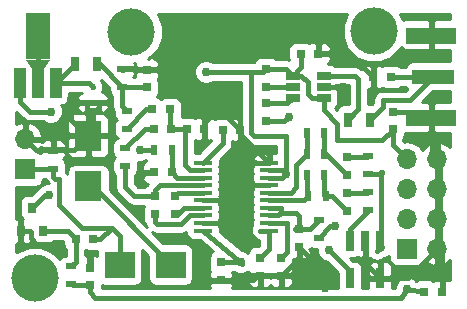
<source format=gbr>
G04 #@! TF.FileFunction,Copper,L1,Top,Signal*
%FSLAX46Y46*%
G04 Gerber Fmt 4.6, Leading zero omitted, Abs format (unit mm)*
G04 Created by KiCad (PCBNEW 4.0.6) date Monday, October 02, 2017 'PMt' 03:48:25 PM*
%MOMM*%
%LPD*%
G01*
G04 APERTURE LIST*
%ADD10C,0.100000*%
%ADD11R,0.500000X0.900000*%
%ADD12R,1.524000X0.380000*%
%ADD13R,0.700000X1.300000*%
%ADD14R,0.750000X0.800000*%
%ADD15R,1.000760X2.501900*%
%ADD16R,1.998980X4.000500*%
%ADD17R,0.400000X0.510000*%
%ADD18R,0.800000X0.750000*%
%ADD19R,0.900000X0.500000*%
%ADD20R,1.220000X0.650000*%
%ADD21R,0.762000X1.651000*%
%ADD22C,4.000000*%
%ADD23R,2.500000X2.300000*%
%ADD24R,2.300000X2.500000*%
%ADD25R,0.800000X0.900000*%
%ADD26R,1.700000X1.700000*%
%ADD27O,1.700000X1.700000*%
%ADD28R,4.200000X1.350000*%
%ADD29R,3.600000X1.270000*%
%ADD30C,0.762000*%
%ADD31C,0.381000*%
%ADD32C,0.254000*%
G04 APERTURE END LIST*
D10*
D11*
X155309000Y-100330000D03*
X153809000Y-100330000D03*
D12*
X145033000Y-101028500D03*
X150623000Y-101028500D03*
X145033000Y-101668500D03*
X150623000Y-101668500D03*
X145033000Y-102308500D03*
X150623000Y-102308500D03*
X145033000Y-102948500D03*
X150623000Y-102948500D03*
X145033000Y-103588500D03*
X150623000Y-103588500D03*
X145033000Y-104228500D03*
X150623000Y-104228500D03*
X145033000Y-104868500D03*
X150623000Y-104868500D03*
X145033000Y-105508500D03*
X150623000Y-105508500D03*
X145033000Y-106148500D03*
X150623000Y-106148500D03*
X145033000Y-106788500D03*
X150623000Y-106788500D03*
D13*
X136078000Y-92710000D03*
X134178000Y-92710000D03*
D14*
X140271500Y-94666500D03*
X140271500Y-93166500D03*
D15*
X129562860Y-94300040D03*
X131064000Y-94300040D03*
X132565140Y-94300040D03*
D16*
X131064000Y-90347800D03*
D10*
G36*
X132064760Y-92322650D02*
X131564380Y-93071950D01*
X130563620Y-93071950D01*
X130063240Y-92322650D01*
X132064760Y-92322650D01*
X132064760Y-92322650D01*
G37*
D17*
X135199500Y-95963500D03*
X136199500Y-95963500D03*
X135699500Y-94663500D03*
D18*
X142367000Y-101854000D03*
X140867000Y-101854000D03*
D14*
X157226000Y-102096000D03*
X157226000Y-100596000D03*
X140970000Y-103898000D03*
X140970000Y-105398000D03*
X142621000Y-103898000D03*
X142621000Y-105398000D03*
X157226000Y-105144000D03*
X157226000Y-103644000D03*
X153162000Y-106692000D03*
X153162000Y-108192000D03*
X151638000Y-109105000D03*
X151638000Y-110605000D03*
X146558000Y-109486000D03*
X146558000Y-110986000D03*
X149860000Y-109105000D03*
X149860000Y-110605000D03*
X150368000Y-97524000D03*
X150368000Y-96024000D03*
X150368000Y-94603000D03*
X150368000Y-93103000D03*
D18*
X160960500Y-93789500D03*
X159460500Y-93789500D03*
X153301000Y-91821000D03*
X154801000Y-91821000D03*
X142355000Y-98171000D03*
X140855000Y-98171000D03*
X140728000Y-96520000D03*
X142228000Y-96520000D03*
X148197000Y-98298000D03*
X146697000Y-98298000D03*
X143649000Y-98171000D03*
X145149000Y-98171000D03*
D19*
X138557000Y-96659000D03*
X138557000Y-98159000D03*
D11*
X140867000Y-99949000D03*
X142367000Y-99949000D03*
X153809000Y-98552000D03*
X155309000Y-98552000D03*
X153936000Y-103886000D03*
X155436000Y-103886000D03*
D19*
X154813000Y-105930000D03*
X154813000Y-107430000D03*
X159004000Y-100469000D03*
X159004000Y-101969000D03*
D11*
X155309000Y-102108000D03*
X153809000Y-102108000D03*
D19*
X159004000Y-103517000D03*
X159004000Y-105017000D03*
D13*
X157292000Y-97409000D03*
X159192000Y-97409000D03*
D19*
X138430000Y-99834000D03*
X138430000Y-101334000D03*
D20*
X155234000Y-95565000D03*
X155234000Y-94615000D03*
X155234000Y-93665000D03*
X152614000Y-93665000D03*
X152614000Y-94615000D03*
X152614000Y-95565000D03*
D21*
X160020000Y-110807500D03*
X160020000Y-107632500D03*
X158750000Y-107632500D03*
X157480000Y-110807500D03*
X157480000Y-107632500D03*
D19*
X138176000Y-94603000D03*
X138176000Y-93103000D03*
D22*
X138976100Y-89979500D03*
X130784600Y-110807500D03*
X159486600Y-89916000D03*
D18*
X134251000Y-107505500D03*
X135751000Y-107505500D03*
D23*
X142294500Y-109664500D03*
X137994500Y-109664500D03*
D24*
X135318500Y-103051500D03*
X135318500Y-98751500D03*
D25*
X129606000Y-106854500D03*
X131506000Y-106854500D03*
X130556000Y-104854500D03*
D19*
X133858000Y-111303500D03*
X133858000Y-109803500D03*
D18*
X163778500Y-111950500D03*
X165278500Y-111950500D03*
D14*
X161099500Y-98222500D03*
X161099500Y-96722500D03*
X135445500Y-111430500D03*
X135445500Y-109930500D03*
D26*
X162306000Y-108331000D03*
D27*
X164846000Y-108331000D03*
X162306000Y-105791000D03*
X164846000Y-105791000D03*
X162306000Y-103251000D03*
X164846000Y-103251000D03*
X162306000Y-100711000D03*
X164846000Y-100711000D03*
D26*
X129984500Y-101600000D03*
D27*
X129984500Y-99060000D03*
D19*
X132334000Y-101588000D03*
X132334000Y-100088000D03*
D28*
X164338000Y-90282000D03*
X164338000Y-97282000D03*
D29*
X164538000Y-93782000D03*
D30*
X156845000Y-94615000D03*
X133096000Y-108585000D03*
X135572500Y-108775500D03*
X155384500Y-111633000D03*
X139573000Y-102489000D03*
X143637000Y-95250000D03*
X133858000Y-95631000D03*
X139700000Y-99949000D03*
X152019000Y-101981000D03*
X156210000Y-106426000D03*
X145288000Y-93345000D03*
X155702000Y-108458000D03*
X152273000Y-97155000D03*
X148209000Y-109474000D03*
X131953000Y-103759000D03*
X162306000Y-111696500D03*
X132143500Y-96710500D03*
D31*
X129606000Y-106854500D02*
X130387000Y-106854500D01*
X130387000Y-106854500D02*
X130429000Y-106896500D01*
X130429000Y-106896500D02*
X130429000Y-107427602D01*
X130429000Y-107427602D02*
X130919897Y-107918499D01*
X130919897Y-107918499D02*
X132429499Y-107918499D01*
X132429499Y-107918499D02*
X133096000Y-108585000D01*
X155234000Y-94615000D02*
X156845000Y-94615000D01*
X154801000Y-91821000D02*
X157492000Y-91821000D01*
X157492000Y-91821000D02*
X159460500Y-93789500D01*
X135699500Y-96583500D02*
X135699500Y-98370500D01*
X135699500Y-98370500D02*
X135318500Y-98751500D01*
X135199500Y-95963500D02*
X135199500Y-96401000D01*
X136199500Y-96337500D02*
X136199500Y-95963500D01*
X135953500Y-96583500D02*
X136199500Y-96337500D01*
X135382000Y-96583500D02*
X135699500Y-96583500D01*
X135699500Y-96583500D02*
X135953500Y-96583500D01*
X135199500Y-96401000D02*
X135382000Y-96583500D01*
X132334000Y-99961000D02*
X134109000Y-99961000D01*
X134109000Y-99961000D02*
X135318500Y-98751500D01*
X135572500Y-109803500D02*
X135572500Y-108775500D01*
X135572500Y-109803500D02*
X135445500Y-109930500D01*
X155384500Y-111633000D02*
X155384500Y-110414500D01*
X155384500Y-110414500D02*
X153162000Y-108192000D01*
X161099500Y-96722500D02*
X163893500Y-96722500D01*
X163893500Y-96722500D02*
X164397000Y-97226000D01*
X165278500Y-111950500D02*
X165278500Y-108763500D01*
X165278500Y-108763500D02*
X164846000Y-108331000D01*
X132334000Y-99961000D02*
X130885500Y-99961000D01*
X130885500Y-99961000D02*
X129984500Y-99060000D01*
X140867000Y-101854000D02*
X140208000Y-101854000D01*
X140208000Y-101854000D02*
X139573000Y-102489000D01*
X133858000Y-95631000D02*
X133858000Y-97418000D01*
X133858000Y-97418000D02*
X135191500Y-98751500D01*
X145149000Y-98171000D02*
X145149000Y-97675000D01*
X145149000Y-97675000D02*
X146361500Y-96462500D01*
X143637000Y-95250000D02*
X145149000Y-95250000D01*
X145149000Y-95250000D02*
X146361500Y-96462500D01*
X146361500Y-96462500D02*
X148197000Y-98298000D01*
X148197000Y-98298000D02*
X148197000Y-98602500D01*
X148197000Y-98602500D02*
X150623000Y-101028500D01*
X146558000Y-110986000D02*
X149237000Y-110986000D01*
X149237000Y-110986000D02*
X149479000Y-110744000D01*
X149860000Y-110605000D02*
X151638000Y-110605000D01*
X153162000Y-108192000D02*
X153162000Y-109081000D01*
X153162000Y-109081000D02*
X151638000Y-110605000D01*
X147447000Y-104228500D02*
X147447000Y-106045000D01*
X147343500Y-106148500D02*
X145033000Y-106148500D01*
X147447000Y-106045000D02*
X147343500Y-106148500D01*
X148018500Y-102933500D02*
X148018500Y-103695500D01*
X147485500Y-104228500D02*
X147447000Y-104228500D01*
X147447000Y-104228500D02*
X145033000Y-104228500D01*
X148018500Y-103695500D02*
X147485500Y-104228500D01*
X148018500Y-101028500D02*
X148018500Y-102933500D01*
X148033500Y-102948500D02*
X150623000Y-102948500D01*
X148018500Y-102933500D02*
X148033500Y-102948500D01*
X148018500Y-101028500D02*
X150623000Y-101028500D01*
X160020000Y-110807500D02*
X162369500Y-110807500D01*
X162369500Y-110807500D02*
X164846000Y-108331000D01*
X158750000Y-107632500D02*
X158750000Y-109537500D01*
X158750000Y-109537500D02*
X160020000Y-110807500D01*
X162974136Y-97226000D02*
X164397000Y-97226000D01*
X165100000Y-105791000D02*
X165100000Y-108331000D01*
X165100000Y-103251000D02*
X165100000Y-105791000D01*
X165100000Y-100711000D02*
X165100000Y-103251000D01*
X164397000Y-97226000D02*
X164397000Y-100655000D01*
X164397000Y-100655000D02*
X164270000Y-100782000D01*
X138176000Y-93103000D02*
X141490000Y-93103000D01*
X141490000Y-93103000D02*
X143637000Y-95250000D01*
X155234000Y-95565000D02*
X155234000Y-96623500D01*
X160210500Y-99123500D02*
X161099500Y-98234500D01*
X156400500Y-99123500D02*
X160210500Y-99123500D01*
X156400500Y-97790000D02*
X156400500Y-99123500D01*
X155234000Y-96623500D02*
X156400500Y-97790000D01*
X161099500Y-98234500D02*
X161099500Y-98222500D01*
X161099500Y-98222500D02*
X161099500Y-99504500D01*
X161099500Y-99504500D02*
X162306000Y-100711000D01*
X139700000Y-99949000D02*
X140867000Y-99949000D01*
X152019000Y-99903962D02*
X152019000Y-101981000D01*
X152019000Y-98806000D02*
X152019000Y-99903962D01*
X149098000Y-93345000D02*
X149098000Y-98552000D01*
X149352000Y-98806000D02*
X152019000Y-98806000D01*
X149098000Y-98552000D02*
X149352000Y-98806000D01*
X145288000Y-93345000D02*
X149098000Y-93345000D01*
X149098000Y-93345000D02*
X150126000Y-93345000D01*
X150126000Y-93345000D02*
X150368000Y-93103000D01*
X153301000Y-91821000D02*
X153301000Y-92978000D01*
X153301000Y-92978000D02*
X152614000Y-93665000D01*
X150368000Y-93103000D02*
X152052000Y-93103000D01*
X152052000Y-93103000D02*
X152614000Y-93665000D01*
X150623000Y-102308500D02*
X151691500Y-102308500D01*
X151691500Y-102308500D02*
X152019000Y-101981000D01*
X150623000Y-101668500D02*
X151706500Y-101668500D01*
X151706500Y-101668500D02*
X152019000Y-101981000D01*
X156210000Y-106426000D02*
X155817000Y-106426000D01*
X155817000Y-106426000D02*
X154813000Y-107430000D01*
X152614000Y-93665000D02*
X153355000Y-93665000D01*
X154239000Y-95565000D02*
X155234000Y-95565000D01*
X153924000Y-95250000D02*
X154239000Y-95565000D01*
X153924000Y-94234000D02*
X153924000Y-95250000D01*
X153355000Y-93665000D02*
X153924000Y-94234000D01*
X138176000Y-94603000D02*
X140208000Y-94603000D01*
X140208000Y-94603000D02*
X140271500Y-94666500D01*
X136078000Y-92710000D02*
X136283000Y-92710000D01*
X136283000Y-92710000D02*
X138176000Y-94603000D01*
X138176000Y-94603000D02*
X138176000Y-96278000D01*
X138176000Y-96278000D02*
X138557000Y-96659000D01*
X150368000Y-97524000D02*
X151904000Y-97524000D01*
X151904000Y-97524000D02*
X152273000Y-97155000D01*
X155702000Y-108458000D02*
X157480000Y-110236000D01*
X157480000Y-110807500D02*
X157480000Y-110236000D01*
X157480000Y-110807500D02*
X157416500Y-110807500D01*
X152273000Y-97155000D02*
X152297000Y-97179000D01*
X142367000Y-99949000D02*
X142367000Y-101854000D01*
X145033000Y-102308500D02*
X142821500Y-102308500D01*
X142821500Y-102308500D02*
X142367000Y-101854000D01*
X155309000Y-98552000D02*
X155309000Y-100330000D01*
X155309000Y-100330000D02*
X155460000Y-100330000D01*
X155460000Y-100330000D02*
X157226000Y-102096000D01*
X157226000Y-100596000D02*
X158877000Y-100596000D01*
X158877000Y-100596000D02*
X159004000Y-100469000D01*
X138430000Y-101334000D02*
X138430000Y-103124000D01*
X139204000Y-103898000D02*
X140970000Y-103898000D01*
X138430000Y-103124000D02*
X139204000Y-103898000D01*
X138430000Y-101334000D02*
X138430000Y-101358000D01*
X140970000Y-103898000D02*
X140970000Y-103378000D01*
X143842500Y-102948500D02*
X145033000Y-102948500D01*
X141399500Y-102948500D02*
X143842500Y-102948500D01*
X140970000Y-103378000D02*
X141399500Y-102948500D01*
X140970000Y-103587989D02*
X140970000Y-103898000D01*
X145033000Y-102953498D02*
X145033000Y-102948500D01*
X140970000Y-105398000D02*
X140970000Y-106045000D01*
X141167501Y-106242501D02*
X143185499Y-106242501D01*
X140970000Y-106045000D02*
X141167501Y-106242501D01*
X143185499Y-106242501D02*
X143919500Y-105508500D01*
X143919500Y-105508500D02*
X145033000Y-105508500D01*
X145033000Y-103588500D02*
X142930500Y-103588500D01*
X142930500Y-103588500D02*
X142621000Y-103898000D01*
X142621000Y-105398000D02*
X142887000Y-105398000D01*
X142887000Y-105398000D02*
X143416500Y-104868500D01*
X143416500Y-104868500D02*
X145033000Y-104868500D01*
X155309000Y-102108000D02*
X155309000Y-103759000D01*
X155309000Y-103759000D02*
X155436000Y-103886000D01*
X155436000Y-103886000D02*
X155968000Y-103886000D01*
X155968000Y-103886000D02*
X157226000Y-105144000D01*
X157226000Y-103644000D02*
X158877000Y-103644000D01*
X158877000Y-103644000D02*
X159004000Y-103517000D01*
X150623000Y-106148500D02*
X152122500Y-106148500D01*
X152146000Y-108597000D02*
X151638000Y-109105000D01*
X152146000Y-106172000D02*
X152146000Y-108597000D01*
X152122500Y-106148500D02*
X152146000Y-106172000D01*
X146558000Y-109486000D02*
X148197000Y-109486000D01*
X148197000Y-109486000D02*
X148209000Y-109474000D01*
X145033000Y-106788500D02*
X148081000Y-109346000D01*
X148081000Y-109346000D02*
X148209000Y-109474000D01*
X148336000Y-109601000D02*
X148209000Y-109474000D01*
X150623000Y-106788500D02*
X150623000Y-108342000D01*
X150623000Y-108342000D02*
X149860000Y-109105000D01*
X150623000Y-106788500D02*
X149890500Y-106788500D01*
X142355000Y-98171000D02*
X143649000Y-98171000D01*
X142228000Y-96520000D02*
X142228000Y-98044000D01*
X142228000Y-98044000D02*
X142355000Y-98171000D01*
X143504000Y-98159000D02*
X143510000Y-98165000D01*
X143510000Y-98165000D02*
X143510000Y-101257602D01*
X143510000Y-101257602D02*
X143920898Y-101668500D01*
X143920898Y-101668500D02*
X144145000Y-101668500D01*
X144145000Y-101668500D02*
X145033000Y-101668500D01*
X140855000Y-98171000D02*
X140093000Y-98171000D01*
X140093000Y-98171000D02*
X138430000Y-99834000D01*
X140728000Y-96520000D02*
X140196000Y-96520000D01*
X140196000Y-96520000D02*
X138557000Y-98159000D01*
X146697000Y-98298000D02*
X146697000Y-99364500D01*
X146697000Y-99364500D02*
X145033000Y-101028500D01*
X132565140Y-94300040D02*
X132587960Y-94300040D01*
X132587960Y-94300040D02*
X134178000Y-92710000D01*
X132565140Y-94300040D02*
X135336040Y-94300040D01*
X135336040Y-94300040D02*
X135699500Y-94663500D01*
X159004000Y-101969000D02*
X160135000Y-101969000D01*
X160147000Y-101854000D02*
X160135000Y-101854000D01*
X160147000Y-101957000D02*
X160147000Y-101854000D01*
X160135000Y-101969000D02*
X160147000Y-101957000D01*
X160135000Y-101854000D02*
X160135000Y-102743000D01*
X160135000Y-102743000D02*
X160135000Y-107517500D01*
X160135000Y-107517500D02*
X160020000Y-107632500D01*
X160135000Y-108152500D02*
X159766000Y-108521500D01*
X160147000Y-108140500D02*
X159766000Y-108521500D01*
X160135000Y-102985000D02*
X160135000Y-102985000D01*
X160135000Y-102743000D02*
X160135000Y-102985000D01*
X159004000Y-105017000D02*
X159004000Y-105156000D01*
X159004000Y-105156000D02*
X157480000Y-106680000D01*
X157480000Y-106680000D02*
X157480000Y-107632500D01*
X131064000Y-94300040D02*
X131064000Y-90347800D01*
X131064000Y-90347800D02*
X131064000Y-92697300D01*
X151638000Y-105283000D02*
X152908000Y-105283000D01*
X153162000Y-105537000D02*
X153162000Y-106692000D01*
X152908000Y-105283000D02*
X153162000Y-105537000D01*
X150623000Y-105508500D02*
X151412500Y-105508500D01*
X151604500Y-104868500D02*
X151638000Y-104902000D01*
X151638000Y-104902000D02*
X151638000Y-105283000D01*
X151604500Y-104868500D02*
X150623000Y-104868500D01*
X151412500Y-105508500D02*
X151638000Y-105283000D01*
X152861500Y-106645500D02*
X152908000Y-106692000D01*
X152908000Y-106692000D02*
X154051000Y-106692000D01*
X154051000Y-106692000D02*
X154813000Y-105930000D01*
X150623000Y-103588500D02*
X152443500Y-103588500D01*
X152908000Y-101231000D02*
X153809000Y-100330000D01*
X152908000Y-103124000D02*
X152908000Y-101231000D01*
X152443500Y-103588500D02*
X152908000Y-103124000D01*
X153809000Y-98552000D02*
X153809000Y-100330000D01*
X150623000Y-104228500D02*
X153593500Y-104228500D01*
X153593500Y-104228500D02*
X153936000Y-103886000D01*
X153809000Y-102108000D02*
X153809000Y-103759000D01*
X153809000Y-103759000D02*
X153936000Y-103886000D01*
X155234000Y-93665000D02*
X157863500Y-93665000D01*
X158178500Y-96522500D02*
X157292000Y-97409000D01*
X158178500Y-93980000D02*
X158178500Y-96522500D01*
X157863500Y-93665000D02*
X158178500Y-93980000D01*
X131953000Y-103759000D02*
X131651500Y-103759000D01*
X131651500Y-103759000D02*
X130556000Y-104854500D01*
X150368000Y-96024000D02*
X152155000Y-96024000D01*
X152155000Y-96024000D02*
X152614000Y-95565000D01*
X150368000Y-94603000D02*
X152602000Y-94603000D01*
X152602000Y-94603000D02*
X152614000Y-94615000D01*
X131506000Y-106854500D02*
X133600000Y-106854500D01*
X133600000Y-106854500D02*
X134251000Y-107505500D01*
X134251000Y-107505500D02*
X134251000Y-109410500D01*
X134251000Y-109410500D02*
X133858000Y-109803500D01*
X135318500Y-103051500D02*
X135681500Y-103051500D01*
X135681500Y-103051500D02*
X142294500Y-109664500D01*
X135191500Y-103051500D02*
X135191500Y-103831500D01*
X135445500Y-111430500D02*
X133985000Y-111430500D01*
X133985000Y-111430500D02*
X133858000Y-111303500D01*
X135445500Y-111430500D02*
X135445500Y-112014000D01*
X135445500Y-112014000D02*
X135915750Y-112484250D01*
X143510000Y-112484250D02*
X161835750Y-112484250D01*
X161835750Y-112484250D02*
X162306000Y-111696500D01*
X135915750Y-112484250D02*
X143510000Y-112484250D01*
X162306000Y-111696500D02*
X163715000Y-112014000D01*
X163715000Y-112014000D02*
X163778500Y-111950500D01*
X160960500Y-93789500D02*
X164533500Y-93789500D01*
X164533500Y-93789500D02*
X164597000Y-93726000D01*
X160274000Y-95758000D02*
X162565000Y-95758000D01*
X162565000Y-95758000D02*
X164597000Y-93726000D01*
X160274000Y-96327000D02*
X159192000Y-97409000D01*
X160274000Y-95758000D02*
X160274000Y-96327000D01*
X163410699Y-93726000D02*
X164597000Y-93726000D01*
X137287000Y-106553000D02*
X134747000Y-106553000D01*
X134747000Y-106553000D02*
X132810250Y-104616250D01*
X132508750Y-102393750D02*
X132334000Y-102219000D01*
X132810250Y-104616250D02*
X132810250Y-102393750D01*
X132810250Y-102393750D02*
X132508750Y-102393750D01*
X132334000Y-102219000D02*
X132334000Y-101588000D01*
X132143500Y-96710500D02*
X130365500Y-96710500D01*
X129562860Y-95907860D02*
X129562860Y-94300040D01*
X130365500Y-96710500D02*
X129562860Y-95907860D01*
X135751000Y-107505500D02*
X136334500Y-107505500D01*
X136334500Y-107505500D02*
X137287000Y-106553000D01*
X137994500Y-107260500D02*
X137994500Y-109664500D01*
X137287000Y-106553000D02*
X137994500Y-107260500D01*
X137858500Y-109664500D02*
X137994500Y-109664500D01*
X129984500Y-101600000D02*
X132195000Y-101600000D01*
X130302000Y-101600000D02*
X130556000Y-101600000D01*
D32*
G36*
X165914000Y-95916000D02*
X164682750Y-95916000D01*
X164524000Y-96074750D01*
X164524000Y-97099000D01*
X164544000Y-97099000D01*
X164544000Y-97353000D01*
X164524000Y-97353000D01*
X164524000Y-98377250D01*
X164682750Y-98536000D01*
X165914000Y-98536000D01*
X165914000Y-99720618D01*
X165727358Y-99515817D01*
X165202892Y-99269514D01*
X164973000Y-99390181D01*
X164973000Y-100584000D01*
X164993000Y-100584000D01*
X164993000Y-100838000D01*
X164973000Y-100838000D01*
X164973000Y-103124000D01*
X164993000Y-103124000D01*
X164993000Y-103378000D01*
X164973000Y-103378000D01*
X164973000Y-105664000D01*
X164993000Y-105664000D01*
X164993000Y-105918000D01*
X164973000Y-105918000D01*
X164973000Y-108204000D01*
X164993000Y-108204000D01*
X164993000Y-108458000D01*
X164973000Y-108458000D01*
X164973000Y-109651819D01*
X165202892Y-109772486D01*
X165727358Y-109526183D01*
X165914000Y-109321382D01*
X165914000Y-110985728D01*
X165804809Y-110940500D01*
X165564250Y-110940500D01*
X165405500Y-111099250D01*
X165405500Y-111823500D01*
X165425500Y-111823500D01*
X165425500Y-112077500D01*
X165405500Y-112077500D01*
X165405500Y-112097500D01*
X165151500Y-112097500D01*
X165151500Y-112077500D01*
X165131500Y-112077500D01*
X165131500Y-111823500D01*
X165151500Y-111823500D01*
X165151500Y-111099250D01*
X164992750Y-110940500D01*
X164752191Y-110940500D01*
X164518802Y-111037173D01*
X164517432Y-111038543D01*
X164430390Y-110979069D01*
X164178500Y-110928060D01*
X163378500Y-110928060D01*
X163143183Y-110972338D01*
X163067381Y-111021115D01*
X162882269Y-110835679D01*
X162508982Y-110680676D01*
X162104792Y-110680324D01*
X161731234Y-110834675D01*
X161445179Y-111120231D01*
X161290176Y-111493518D01*
X161290032Y-111658750D01*
X161036000Y-111658750D01*
X161036000Y-111093250D01*
X160877250Y-110934500D01*
X160147000Y-110934500D01*
X160147000Y-110954500D01*
X159893000Y-110954500D01*
X159893000Y-110934500D01*
X159162750Y-110934500D01*
X159004000Y-111093250D01*
X159004000Y-111658750D01*
X158503225Y-111658750D01*
X158508440Y-111633000D01*
X158508440Y-109982000D01*
X158484674Y-109855690D01*
X159004000Y-109855690D01*
X159004000Y-110521750D01*
X159162750Y-110680500D01*
X159893000Y-110680500D01*
X159893000Y-109505750D01*
X160147000Y-109505750D01*
X160147000Y-110680500D01*
X160877250Y-110680500D01*
X161036000Y-110521750D01*
X161036000Y-109855690D01*
X160939327Y-109622301D01*
X160760698Y-109443673D01*
X160527309Y-109347000D01*
X160305750Y-109347000D01*
X160147000Y-109505750D01*
X159893000Y-109505750D01*
X159734250Y-109347000D01*
X159512691Y-109347000D01*
X159279302Y-109443673D01*
X159100673Y-109622301D01*
X159004000Y-109855690D01*
X158484674Y-109855690D01*
X158464162Y-109746683D01*
X158325090Y-109530559D01*
X158112890Y-109385569D01*
X157861000Y-109334560D01*
X157745993Y-109334560D01*
X157516873Y-109105440D01*
X157861000Y-109105440D01*
X158096317Y-109061162D01*
X158123539Y-109043645D01*
X158242691Y-109093000D01*
X158464250Y-109093000D01*
X158623000Y-108934250D01*
X158623000Y-107759500D01*
X158603000Y-107759500D01*
X158603000Y-107505500D01*
X158623000Y-107505500D01*
X158623000Y-107485500D01*
X158877000Y-107485500D01*
X158877000Y-107505500D01*
X158897000Y-107505500D01*
X158897000Y-107759500D01*
X158877000Y-107759500D01*
X158877000Y-108934250D01*
X159035750Y-109093000D01*
X159174120Y-109093000D01*
X159182283Y-109105217D01*
X159450094Y-109284163D01*
X159766000Y-109347000D01*
X160081906Y-109284163D01*
X160349383Y-109105440D01*
X160401000Y-109105440D01*
X160636317Y-109061162D01*
X160808560Y-108950327D01*
X160808560Y-109181000D01*
X160852838Y-109416317D01*
X160991910Y-109632441D01*
X161204110Y-109777431D01*
X161456000Y-109828440D01*
X163156000Y-109828440D01*
X163391317Y-109784162D01*
X163607441Y-109645090D01*
X163752431Y-109432890D01*
X163775555Y-109318699D01*
X163964642Y-109526183D01*
X164489108Y-109772486D01*
X164719000Y-109651819D01*
X164719000Y-108458000D01*
X164699000Y-108458000D01*
X164699000Y-108204000D01*
X164719000Y-108204000D01*
X164719000Y-105918000D01*
X164699000Y-105918000D01*
X164699000Y-105664000D01*
X164719000Y-105664000D01*
X164719000Y-103378000D01*
X164699000Y-103378000D01*
X164699000Y-103124000D01*
X164719000Y-103124000D01*
X164719000Y-100838000D01*
X164699000Y-100838000D01*
X164699000Y-100584000D01*
X164719000Y-100584000D01*
X164719000Y-99390181D01*
X164489108Y-99269514D01*
X163964642Y-99515817D01*
X163574355Y-99944076D01*
X163574345Y-99944101D01*
X163385147Y-99660946D01*
X162903378Y-99339039D01*
X162335093Y-99226000D01*
X162276907Y-99226000D01*
X162036295Y-99273861D01*
X161925000Y-99162566D01*
X161925000Y-99087196D01*
X161925941Y-99086590D01*
X162070931Y-98874390D01*
X162121940Y-98622500D01*
X162121940Y-98515807D01*
X162170690Y-98536000D01*
X164111250Y-98536000D01*
X164270000Y-98377250D01*
X164270000Y-97353000D01*
X164250000Y-97353000D01*
X164250000Y-97099000D01*
X164270000Y-97099000D01*
X164270000Y-96074750D01*
X164111250Y-95916000D01*
X163574434Y-95916000D01*
X164481994Y-95008440D01*
X165914000Y-95008440D01*
X165914000Y-95916000D01*
X165914000Y-95916000D01*
G37*
X165914000Y-95916000D02*
X164682750Y-95916000D01*
X164524000Y-96074750D01*
X164524000Y-97099000D01*
X164544000Y-97099000D01*
X164544000Y-97353000D01*
X164524000Y-97353000D01*
X164524000Y-98377250D01*
X164682750Y-98536000D01*
X165914000Y-98536000D01*
X165914000Y-99720618D01*
X165727358Y-99515817D01*
X165202892Y-99269514D01*
X164973000Y-99390181D01*
X164973000Y-100584000D01*
X164993000Y-100584000D01*
X164993000Y-100838000D01*
X164973000Y-100838000D01*
X164973000Y-103124000D01*
X164993000Y-103124000D01*
X164993000Y-103378000D01*
X164973000Y-103378000D01*
X164973000Y-105664000D01*
X164993000Y-105664000D01*
X164993000Y-105918000D01*
X164973000Y-105918000D01*
X164973000Y-108204000D01*
X164993000Y-108204000D01*
X164993000Y-108458000D01*
X164973000Y-108458000D01*
X164973000Y-109651819D01*
X165202892Y-109772486D01*
X165727358Y-109526183D01*
X165914000Y-109321382D01*
X165914000Y-110985728D01*
X165804809Y-110940500D01*
X165564250Y-110940500D01*
X165405500Y-111099250D01*
X165405500Y-111823500D01*
X165425500Y-111823500D01*
X165425500Y-112077500D01*
X165405500Y-112077500D01*
X165405500Y-112097500D01*
X165151500Y-112097500D01*
X165151500Y-112077500D01*
X165131500Y-112077500D01*
X165131500Y-111823500D01*
X165151500Y-111823500D01*
X165151500Y-111099250D01*
X164992750Y-110940500D01*
X164752191Y-110940500D01*
X164518802Y-111037173D01*
X164517432Y-111038543D01*
X164430390Y-110979069D01*
X164178500Y-110928060D01*
X163378500Y-110928060D01*
X163143183Y-110972338D01*
X163067381Y-111021115D01*
X162882269Y-110835679D01*
X162508982Y-110680676D01*
X162104792Y-110680324D01*
X161731234Y-110834675D01*
X161445179Y-111120231D01*
X161290176Y-111493518D01*
X161290032Y-111658750D01*
X161036000Y-111658750D01*
X161036000Y-111093250D01*
X160877250Y-110934500D01*
X160147000Y-110934500D01*
X160147000Y-110954500D01*
X159893000Y-110954500D01*
X159893000Y-110934500D01*
X159162750Y-110934500D01*
X159004000Y-111093250D01*
X159004000Y-111658750D01*
X158503225Y-111658750D01*
X158508440Y-111633000D01*
X158508440Y-109982000D01*
X158484674Y-109855690D01*
X159004000Y-109855690D01*
X159004000Y-110521750D01*
X159162750Y-110680500D01*
X159893000Y-110680500D01*
X159893000Y-109505750D01*
X160147000Y-109505750D01*
X160147000Y-110680500D01*
X160877250Y-110680500D01*
X161036000Y-110521750D01*
X161036000Y-109855690D01*
X160939327Y-109622301D01*
X160760698Y-109443673D01*
X160527309Y-109347000D01*
X160305750Y-109347000D01*
X160147000Y-109505750D01*
X159893000Y-109505750D01*
X159734250Y-109347000D01*
X159512691Y-109347000D01*
X159279302Y-109443673D01*
X159100673Y-109622301D01*
X159004000Y-109855690D01*
X158484674Y-109855690D01*
X158464162Y-109746683D01*
X158325090Y-109530559D01*
X158112890Y-109385569D01*
X157861000Y-109334560D01*
X157745993Y-109334560D01*
X157516873Y-109105440D01*
X157861000Y-109105440D01*
X158096317Y-109061162D01*
X158123539Y-109043645D01*
X158242691Y-109093000D01*
X158464250Y-109093000D01*
X158623000Y-108934250D01*
X158623000Y-107759500D01*
X158603000Y-107759500D01*
X158603000Y-107505500D01*
X158623000Y-107505500D01*
X158623000Y-107485500D01*
X158877000Y-107485500D01*
X158877000Y-107505500D01*
X158897000Y-107505500D01*
X158897000Y-107759500D01*
X158877000Y-107759500D01*
X158877000Y-108934250D01*
X159035750Y-109093000D01*
X159174120Y-109093000D01*
X159182283Y-109105217D01*
X159450094Y-109284163D01*
X159766000Y-109347000D01*
X160081906Y-109284163D01*
X160349383Y-109105440D01*
X160401000Y-109105440D01*
X160636317Y-109061162D01*
X160808560Y-108950327D01*
X160808560Y-109181000D01*
X160852838Y-109416317D01*
X160991910Y-109632441D01*
X161204110Y-109777431D01*
X161456000Y-109828440D01*
X163156000Y-109828440D01*
X163391317Y-109784162D01*
X163607441Y-109645090D01*
X163752431Y-109432890D01*
X163775555Y-109318699D01*
X163964642Y-109526183D01*
X164489108Y-109772486D01*
X164719000Y-109651819D01*
X164719000Y-108458000D01*
X164699000Y-108458000D01*
X164699000Y-108204000D01*
X164719000Y-108204000D01*
X164719000Y-105918000D01*
X164699000Y-105918000D01*
X164699000Y-105664000D01*
X164719000Y-105664000D01*
X164719000Y-103378000D01*
X164699000Y-103378000D01*
X164699000Y-103124000D01*
X164719000Y-103124000D01*
X164719000Y-100838000D01*
X164699000Y-100838000D01*
X164699000Y-100584000D01*
X164719000Y-100584000D01*
X164719000Y-99390181D01*
X164489108Y-99269514D01*
X163964642Y-99515817D01*
X163574355Y-99944076D01*
X163574345Y-99944101D01*
X163385147Y-99660946D01*
X162903378Y-99339039D01*
X162335093Y-99226000D01*
X162276907Y-99226000D01*
X162036295Y-99273861D01*
X161925000Y-99162566D01*
X161925000Y-99087196D01*
X161925941Y-99086590D01*
X162070931Y-98874390D01*
X162121940Y-98622500D01*
X162121940Y-98515807D01*
X162170690Y-98536000D01*
X164111250Y-98536000D01*
X164270000Y-98377250D01*
X164270000Y-97353000D01*
X164250000Y-97353000D01*
X164250000Y-97099000D01*
X164270000Y-97099000D01*
X164270000Y-96074750D01*
X164111250Y-95916000D01*
X163574434Y-95916000D01*
X164481994Y-95008440D01*
X165914000Y-95008440D01*
X165914000Y-95916000D01*
G36*
X140816180Y-106981500D02*
X140851596Y-107005164D01*
X141167501Y-107068002D01*
X141167506Y-107068001D01*
X143185499Y-107068001D01*
X143501405Y-107005164D01*
X143623560Y-106923542D01*
X143623560Y-106978500D01*
X143667838Y-107213817D01*
X143806910Y-107429941D01*
X144019110Y-107574931D01*
X144271000Y-107625940D01*
X144746780Y-107625940D01*
X145846001Y-108548269D01*
X145731559Y-108621910D01*
X145586569Y-108834110D01*
X145535560Y-109086000D01*
X145535560Y-109886000D01*
X145579838Y-110121317D01*
X145646329Y-110224646D01*
X145644673Y-110226302D01*
X145548000Y-110459691D01*
X145548000Y-110700250D01*
X145706750Y-110859000D01*
X146431000Y-110859000D01*
X146431000Y-110839000D01*
X146685000Y-110839000D01*
X146685000Y-110859000D01*
X147409250Y-110859000D01*
X147568000Y-110700250D01*
X147568000Y-110459691D01*
X147506617Y-110311500D01*
X147609451Y-110311500D01*
X147632731Y-110334821D01*
X148006018Y-110489824D01*
X148410208Y-110490176D01*
X148783766Y-110335825D01*
X148850000Y-110269707D01*
X148850000Y-110319250D01*
X149008750Y-110478000D01*
X149733000Y-110478000D01*
X149733000Y-110458000D01*
X149987000Y-110458000D01*
X149987000Y-110478000D01*
X150711250Y-110478000D01*
X150749000Y-110440250D01*
X150786750Y-110478000D01*
X151511000Y-110478000D01*
X151511000Y-110458000D01*
X151765000Y-110458000D01*
X151765000Y-110478000D01*
X152489250Y-110478000D01*
X152648000Y-110319250D01*
X152648000Y-110078691D01*
X152551327Y-109845302D01*
X152549957Y-109843932D01*
X152609431Y-109756890D01*
X152660440Y-109505000D01*
X152660440Y-109249993D01*
X152683433Y-109227000D01*
X152876250Y-109227000D01*
X153035000Y-109068250D01*
X153035000Y-108319000D01*
X153015000Y-108319000D01*
X153015000Y-108065000D01*
X153035000Y-108065000D01*
X153035000Y-108045000D01*
X153289000Y-108045000D01*
X153289000Y-108065000D01*
X153309000Y-108065000D01*
X153309000Y-108319000D01*
X153289000Y-108319000D01*
X153289000Y-109068250D01*
X153447750Y-109227000D01*
X153663310Y-109227000D01*
X153896699Y-109130327D01*
X154075327Y-108951698D01*
X154172000Y-108718309D01*
X154172000Y-108477750D01*
X154013252Y-108319002D01*
X154172000Y-108319002D01*
X154172000Y-108288762D01*
X154363000Y-108327440D01*
X154686113Y-108327440D01*
X154685824Y-108659208D01*
X154840175Y-109032766D01*
X155125731Y-109318821D01*
X155499018Y-109473824D01*
X155550435Y-109473869D01*
X156451560Y-110374993D01*
X156451560Y-111633000D01*
X156456405Y-111658750D01*
X147507342Y-111658750D01*
X147568000Y-111512309D01*
X147568000Y-111271750D01*
X147409250Y-111113000D01*
X146685000Y-111113000D01*
X146685000Y-111133000D01*
X146431000Y-111133000D01*
X146431000Y-111113000D01*
X145706750Y-111113000D01*
X145548000Y-111271750D01*
X145548000Y-111512309D01*
X145608658Y-111658750D01*
X136467940Y-111658750D01*
X136467940Y-111394075D01*
X136492610Y-111410931D01*
X136744500Y-111461940D01*
X139244500Y-111461940D01*
X139479817Y-111417662D01*
X139695941Y-111278590D01*
X139840931Y-111066390D01*
X139891940Y-110814500D01*
X139891940Y-108514500D01*
X139872210Y-108409643D01*
X140397060Y-108934493D01*
X140397060Y-110814500D01*
X140441338Y-111049817D01*
X140580410Y-111265941D01*
X140792610Y-111410931D01*
X141044500Y-111461940D01*
X143544500Y-111461940D01*
X143779817Y-111417662D01*
X143995941Y-111278590D01*
X144140931Y-111066390D01*
X144176498Y-110890750D01*
X148850000Y-110890750D01*
X148850000Y-111131309D01*
X148946673Y-111364698D01*
X149125301Y-111543327D01*
X149358690Y-111640000D01*
X149574250Y-111640000D01*
X149733000Y-111481250D01*
X149733000Y-110732000D01*
X149987000Y-110732000D01*
X149987000Y-111481250D01*
X150145750Y-111640000D01*
X150361310Y-111640000D01*
X150594699Y-111543327D01*
X150749000Y-111389025D01*
X150903301Y-111543327D01*
X151136690Y-111640000D01*
X151352250Y-111640000D01*
X151511000Y-111481250D01*
X151511000Y-110732000D01*
X151765000Y-110732000D01*
X151765000Y-111481250D01*
X151923750Y-111640000D01*
X152139310Y-111640000D01*
X152372699Y-111543327D01*
X152551327Y-111364698D01*
X152648000Y-111131309D01*
X152648000Y-110890750D01*
X152489250Y-110732000D01*
X151765000Y-110732000D01*
X151511000Y-110732000D01*
X150786750Y-110732000D01*
X150749000Y-110769750D01*
X150711250Y-110732000D01*
X149987000Y-110732000D01*
X149733000Y-110732000D01*
X149008750Y-110732000D01*
X148850000Y-110890750D01*
X144176498Y-110890750D01*
X144191940Y-110814500D01*
X144191940Y-108514500D01*
X144147662Y-108279183D01*
X144008590Y-108063059D01*
X143796390Y-107918069D01*
X143544500Y-107867060D01*
X141664493Y-107867060D01*
X140703931Y-106906497D01*
X140816180Y-106981500D01*
X140816180Y-106981500D01*
G37*
X140816180Y-106981500D02*
X140851596Y-107005164D01*
X141167501Y-107068002D01*
X141167506Y-107068001D01*
X143185499Y-107068001D01*
X143501405Y-107005164D01*
X143623560Y-106923542D01*
X143623560Y-106978500D01*
X143667838Y-107213817D01*
X143806910Y-107429941D01*
X144019110Y-107574931D01*
X144271000Y-107625940D01*
X144746780Y-107625940D01*
X145846001Y-108548269D01*
X145731559Y-108621910D01*
X145586569Y-108834110D01*
X145535560Y-109086000D01*
X145535560Y-109886000D01*
X145579838Y-110121317D01*
X145646329Y-110224646D01*
X145644673Y-110226302D01*
X145548000Y-110459691D01*
X145548000Y-110700250D01*
X145706750Y-110859000D01*
X146431000Y-110859000D01*
X146431000Y-110839000D01*
X146685000Y-110839000D01*
X146685000Y-110859000D01*
X147409250Y-110859000D01*
X147568000Y-110700250D01*
X147568000Y-110459691D01*
X147506617Y-110311500D01*
X147609451Y-110311500D01*
X147632731Y-110334821D01*
X148006018Y-110489824D01*
X148410208Y-110490176D01*
X148783766Y-110335825D01*
X148850000Y-110269707D01*
X148850000Y-110319250D01*
X149008750Y-110478000D01*
X149733000Y-110478000D01*
X149733000Y-110458000D01*
X149987000Y-110458000D01*
X149987000Y-110478000D01*
X150711250Y-110478000D01*
X150749000Y-110440250D01*
X150786750Y-110478000D01*
X151511000Y-110478000D01*
X151511000Y-110458000D01*
X151765000Y-110458000D01*
X151765000Y-110478000D01*
X152489250Y-110478000D01*
X152648000Y-110319250D01*
X152648000Y-110078691D01*
X152551327Y-109845302D01*
X152549957Y-109843932D01*
X152609431Y-109756890D01*
X152660440Y-109505000D01*
X152660440Y-109249993D01*
X152683433Y-109227000D01*
X152876250Y-109227000D01*
X153035000Y-109068250D01*
X153035000Y-108319000D01*
X153015000Y-108319000D01*
X153015000Y-108065000D01*
X153035000Y-108065000D01*
X153035000Y-108045000D01*
X153289000Y-108045000D01*
X153289000Y-108065000D01*
X153309000Y-108065000D01*
X153309000Y-108319000D01*
X153289000Y-108319000D01*
X153289000Y-109068250D01*
X153447750Y-109227000D01*
X153663310Y-109227000D01*
X153896699Y-109130327D01*
X154075327Y-108951698D01*
X154172000Y-108718309D01*
X154172000Y-108477750D01*
X154013252Y-108319002D01*
X154172000Y-108319002D01*
X154172000Y-108288762D01*
X154363000Y-108327440D01*
X154686113Y-108327440D01*
X154685824Y-108659208D01*
X154840175Y-109032766D01*
X155125731Y-109318821D01*
X155499018Y-109473824D01*
X155550435Y-109473869D01*
X156451560Y-110374993D01*
X156451560Y-111633000D01*
X156456405Y-111658750D01*
X147507342Y-111658750D01*
X147568000Y-111512309D01*
X147568000Y-111271750D01*
X147409250Y-111113000D01*
X146685000Y-111113000D01*
X146685000Y-111133000D01*
X146431000Y-111133000D01*
X146431000Y-111113000D01*
X145706750Y-111113000D01*
X145548000Y-111271750D01*
X145548000Y-111512309D01*
X145608658Y-111658750D01*
X136467940Y-111658750D01*
X136467940Y-111394075D01*
X136492610Y-111410931D01*
X136744500Y-111461940D01*
X139244500Y-111461940D01*
X139479817Y-111417662D01*
X139695941Y-111278590D01*
X139840931Y-111066390D01*
X139891940Y-110814500D01*
X139891940Y-108514500D01*
X139872210Y-108409643D01*
X140397060Y-108934493D01*
X140397060Y-110814500D01*
X140441338Y-111049817D01*
X140580410Y-111265941D01*
X140792610Y-111410931D01*
X141044500Y-111461940D01*
X143544500Y-111461940D01*
X143779817Y-111417662D01*
X143995941Y-111278590D01*
X144140931Y-111066390D01*
X144176498Y-110890750D01*
X148850000Y-110890750D01*
X148850000Y-111131309D01*
X148946673Y-111364698D01*
X149125301Y-111543327D01*
X149358690Y-111640000D01*
X149574250Y-111640000D01*
X149733000Y-111481250D01*
X149733000Y-110732000D01*
X149987000Y-110732000D01*
X149987000Y-111481250D01*
X150145750Y-111640000D01*
X150361310Y-111640000D01*
X150594699Y-111543327D01*
X150749000Y-111389025D01*
X150903301Y-111543327D01*
X151136690Y-111640000D01*
X151352250Y-111640000D01*
X151511000Y-111481250D01*
X151511000Y-110732000D01*
X151765000Y-110732000D01*
X151765000Y-111481250D01*
X151923750Y-111640000D01*
X152139310Y-111640000D01*
X152372699Y-111543327D01*
X152551327Y-111364698D01*
X152648000Y-111131309D01*
X152648000Y-110890750D01*
X152489250Y-110732000D01*
X151765000Y-110732000D01*
X151511000Y-110732000D01*
X150786750Y-110732000D01*
X150749000Y-110769750D01*
X150711250Y-110732000D01*
X149987000Y-110732000D01*
X149733000Y-110732000D01*
X149008750Y-110732000D01*
X148850000Y-110890750D01*
X144176498Y-110890750D01*
X144191940Y-110814500D01*
X144191940Y-108514500D01*
X144147662Y-108279183D01*
X144008590Y-108063059D01*
X143796390Y-107918069D01*
X143544500Y-107867060D01*
X141664493Y-107867060D01*
X140703931Y-106906497D01*
X140816180Y-106981500D01*
G36*
X135099110Y-108476931D02*
X135351000Y-108527940D01*
X136097060Y-108527940D01*
X136097060Y-108957736D01*
X135946810Y-108895500D01*
X135731250Y-108895500D01*
X135572500Y-109054250D01*
X135572500Y-109803500D01*
X135592500Y-109803500D01*
X135592500Y-110057500D01*
X135572500Y-110057500D01*
X135572500Y-110077500D01*
X135318500Y-110077500D01*
X135318500Y-110057500D01*
X135298500Y-110057500D01*
X135298500Y-109803500D01*
X135318500Y-109803500D01*
X135318500Y-109054250D01*
X135159750Y-108895500D01*
X135076500Y-108895500D01*
X135076500Y-108461482D01*
X135099110Y-108476931D01*
X135099110Y-108476931D01*
G37*
X135099110Y-108476931D02*
X135351000Y-108527940D01*
X136097060Y-108527940D01*
X136097060Y-108957736D01*
X135946810Y-108895500D01*
X135731250Y-108895500D01*
X135572500Y-109054250D01*
X135572500Y-109803500D01*
X135592500Y-109803500D01*
X135592500Y-110057500D01*
X135572500Y-110057500D01*
X135572500Y-110077500D01*
X135318500Y-110077500D01*
X135318500Y-110057500D01*
X135298500Y-110057500D01*
X135298500Y-109803500D01*
X135318500Y-109803500D01*
X135318500Y-109054250D01*
X135159750Y-108895500D01*
X135076500Y-108895500D01*
X135076500Y-108461482D01*
X135099110Y-108476931D01*
G36*
X131750283Y-102501217D02*
X131984750Y-102735684D01*
X131984750Y-102743027D01*
X131751792Y-102742824D01*
X131378234Y-102897175D01*
X131164129Y-103110907D01*
X131067783Y-103175283D01*
X130486006Y-103757060D01*
X130156000Y-103757060D01*
X129920683Y-103801338D01*
X129704559Y-103940410D01*
X129559569Y-104152610D01*
X129508560Y-104404500D01*
X129508560Y-105304500D01*
X129552838Y-105539817D01*
X129691910Y-105755941D01*
X129818686Y-105842564D01*
X129733000Y-105928250D01*
X129733000Y-106727500D01*
X129753000Y-106727500D01*
X129753000Y-106981500D01*
X129733000Y-106981500D01*
X129733000Y-107780750D01*
X129891750Y-107939500D01*
X130132310Y-107939500D01*
X130365699Y-107842827D01*
X130544327Y-107664198D01*
X130559423Y-107627753D01*
X130641910Y-107755941D01*
X130854110Y-107900931D01*
X131106000Y-107951940D01*
X131906000Y-107951940D01*
X132141317Y-107907662D01*
X132357441Y-107768590D01*
X132417972Y-107680000D01*
X133203560Y-107680000D01*
X133203560Y-107880500D01*
X133247838Y-108115817D01*
X133386910Y-108331941D01*
X133425500Y-108358308D01*
X133425500Y-108906060D01*
X133408000Y-108906060D01*
X133172683Y-108950338D01*
X132956559Y-109089410D01*
X132889981Y-109186850D01*
X132279157Y-108574958D01*
X131311033Y-108172958D01*
X130262766Y-108172043D01*
X129293942Y-108572353D01*
X129234000Y-108632190D01*
X129234000Y-107939500D01*
X129320250Y-107939500D01*
X129479000Y-107780750D01*
X129479000Y-106981500D01*
X129459000Y-106981500D01*
X129459000Y-106727500D01*
X129479000Y-106727500D01*
X129479000Y-105928250D01*
X129320250Y-105769500D01*
X129234000Y-105769500D01*
X129234000Y-103097440D01*
X130834500Y-103097440D01*
X131069817Y-103053162D01*
X131285941Y-102914090D01*
X131430931Y-102701890D01*
X131481940Y-102450000D01*
X131481940Y-102425500D01*
X131699690Y-102425500D01*
X131750283Y-102501217D01*
X131750283Y-102501217D01*
G37*
X131750283Y-102501217D02*
X131984750Y-102735684D01*
X131984750Y-102743027D01*
X131751792Y-102742824D01*
X131378234Y-102897175D01*
X131164129Y-103110907D01*
X131067783Y-103175283D01*
X130486006Y-103757060D01*
X130156000Y-103757060D01*
X129920683Y-103801338D01*
X129704559Y-103940410D01*
X129559569Y-104152610D01*
X129508560Y-104404500D01*
X129508560Y-105304500D01*
X129552838Y-105539817D01*
X129691910Y-105755941D01*
X129818686Y-105842564D01*
X129733000Y-105928250D01*
X129733000Y-106727500D01*
X129753000Y-106727500D01*
X129753000Y-106981500D01*
X129733000Y-106981500D01*
X129733000Y-107780750D01*
X129891750Y-107939500D01*
X130132310Y-107939500D01*
X130365699Y-107842827D01*
X130544327Y-107664198D01*
X130559423Y-107627753D01*
X130641910Y-107755941D01*
X130854110Y-107900931D01*
X131106000Y-107951940D01*
X131906000Y-107951940D01*
X132141317Y-107907662D01*
X132357441Y-107768590D01*
X132417972Y-107680000D01*
X133203560Y-107680000D01*
X133203560Y-107880500D01*
X133247838Y-108115817D01*
X133386910Y-108331941D01*
X133425500Y-108358308D01*
X133425500Y-108906060D01*
X133408000Y-108906060D01*
X133172683Y-108950338D01*
X132956559Y-109089410D01*
X132889981Y-109186850D01*
X132279157Y-108574958D01*
X131311033Y-108172958D01*
X130262766Y-108172043D01*
X129293942Y-108572353D01*
X129234000Y-108632190D01*
X129234000Y-107939500D01*
X129320250Y-107939500D01*
X129479000Y-107780750D01*
X129479000Y-106981500D01*
X129459000Y-106981500D01*
X129459000Y-106727500D01*
X129479000Y-106727500D01*
X129479000Y-105928250D01*
X129320250Y-105769500D01*
X129234000Y-105769500D01*
X129234000Y-103097440D01*
X130834500Y-103097440D01*
X131069817Y-103053162D01*
X131285941Y-102914090D01*
X131430931Y-102701890D01*
X131481940Y-102450000D01*
X131481940Y-102425500D01*
X131699690Y-102425500D01*
X131750283Y-102501217D01*
G36*
X156852058Y-89389567D02*
X156851143Y-90437834D01*
X157251453Y-91406658D01*
X157992043Y-92148542D01*
X158960167Y-92550542D01*
X160008434Y-92551457D01*
X160977258Y-92151147D01*
X161719142Y-91410557D01*
X161774710Y-91276735D01*
X161937301Y-91439327D01*
X162170690Y-91536000D01*
X164111250Y-91536000D01*
X164270000Y-91377250D01*
X164270000Y-90353000D01*
X164250000Y-90353000D01*
X164250000Y-90099000D01*
X164270000Y-90099000D01*
X164270000Y-89074750D01*
X164111250Y-88916000D01*
X162170690Y-88916000D01*
X161960463Y-89003079D01*
X161738960Y-88467000D01*
X165914000Y-88467000D01*
X165914000Y-88916000D01*
X164682750Y-88916000D01*
X164524000Y-89074750D01*
X164524000Y-90099000D01*
X164544000Y-90099000D01*
X164544000Y-90353000D01*
X164524000Y-90353000D01*
X164524000Y-91377250D01*
X164682750Y-91536000D01*
X165914000Y-91536000D01*
X165914000Y-92443560D01*
X162797000Y-92443560D01*
X162561683Y-92487838D01*
X162345559Y-92626910D01*
X162200569Y-92839110D01*
X162175278Y-92964000D01*
X161825196Y-92964000D01*
X161824590Y-92963059D01*
X161612390Y-92818069D01*
X161360500Y-92767060D01*
X160560500Y-92767060D01*
X160325183Y-92811338D01*
X160221854Y-92877829D01*
X160220198Y-92876173D01*
X159986809Y-92779500D01*
X159746250Y-92779500D01*
X159587500Y-92938250D01*
X159587500Y-93662500D01*
X159607500Y-93662500D01*
X159607500Y-93916500D01*
X159587500Y-93916500D01*
X159587500Y-94640750D01*
X159746250Y-94799500D01*
X159986809Y-94799500D01*
X160220198Y-94702827D01*
X160221568Y-94701457D01*
X160308610Y-94760931D01*
X160560500Y-94811940D01*
X161360500Y-94811940D01*
X161595817Y-94767662D01*
X161811941Y-94628590D01*
X161821227Y-94615000D01*
X162205860Y-94615000D01*
X162332910Y-94812441D01*
X162338979Y-94816587D01*
X162223066Y-94932500D01*
X160274000Y-94932500D01*
X159958095Y-94995337D01*
X159690283Y-95174283D01*
X159511337Y-95442095D01*
X159448500Y-95758000D01*
X159448500Y-95985066D01*
X159322006Y-96111560D01*
X159004000Y-96111560D01*
X159004000Y-94799500D01*
X159174750Y-94799500D01*
X159333500Y-94640750D01*
X159333500Y-93916500D01*
X159313500Y-93916500D01*
X159313500Y-93662500D01*
X159333500Y-93662500D01*
X159333500Y-92938250D01*
X159174750Y-92779500D01*
X158934191Y-92779500D01*
X158700802Y-92876173D01*
X158522173Y-93054801D01*
X158492462Y-93126529D01*
X158447217Y-93081283D01*
X158179406Y-92902337D01*
X157863500Y-92839500D01*
X156236290Y-92839500D01*
X156095890Y-92743569D01*
X155844000Y-92692560D01*
X155602465Y-92692560D01*
X155739327Y-92555699D01*
X155836000Y-92322310D01*
X155836000Y-92106750D01*
X155677250Y-91948000D01*
X154928000Y-91948000D01*
X154928000Y-91968000D01*
X154674000Y-91968000D01*
X154674000Y-91948000D01*
X154654000Y-91948000D01*
X154654000Y-91694000D01*
X154674000Y-91694000D01*
X154674000Y-90969750D01*
X154928000Y-90969750D01*
X154928000Y-91694000D01*
X155677250Y-91694000D01*
X155836000Y-91535250D01*
X155836000Y-91319690D01*
X155739327Y-91086301D01*
X155560698Y-90907673D01*
X155327309Y-90811000D01*
X155086750Y-90811000D01*
X154928000Y-90969750D01*
X154674000Y-90969750D01*
X154515250Y-90811000D01*
X154274691Y-90811000D01*
X154041302Y-90907673D01*
X154039932Y-90909043D01*
X153952890Y-90849569D01*
X153701000Y-90798560D01*
X152901000Y-90798560D01*
X152665683Y-90842838D01*
X152449559Y-90981910D01*
X152304569Y-91194110D01*
X152253560Y-91446000D01*
X152253560Y-92196000D01*
X152277329Y-92322320D01*
X152052000Y-92277500D01*
X151223783Y-92277500D01*
X151207090Y-92251559D01*
X150994890Y-92106569D01*
X150743000Y-92055560D01*
X149993000Y-92055560D01*
X149757683Y-92099838D01*
X149541559Y-92238910D01*
X149396569Y-92451110D01*
X149382720Y-92519500D01*
X145899528Y-92519500D01*
X145864269Y-92484179D01*
X145490982Y-92329176D01*
X145086792Y-92328824D01*
X144713234Y-92483175D01*
X144427179Y-92768731D01*
X144272176Y-93142018D01*
X144271824Y-93546208D01*
X144426175Y-93919766D01*
X144711731Y-94205821D01*
X145085018Y-94360824D01*
X145489208Y-94361176D01*
X145862766Y-94206825D01*
X145899154Y-94170500D01*
X148272500Y-94170500D01*
X148272500Y-98552000D01*
X148324000Y-98810910D01*
X148324000Y-99149250D01*
X148482750Y-99308000D01*
X148686567Y-99308000D01*
X148768281Y-99389714D01*
X148768283Y-99389717D01*
X148928824Y-99496987D01*
X149036094Y-99568663D01*
X149352000Y-99631500D01*
X151193500Y-99631500D01*
X151193500Y-100203500D01*
X150908750Y-100203500D01*
X150750000Y-100362250D01*
X150750000Y-100831060D01*
X150496000Y-100831060D01*
X150496000Y-100362250D01*
X150337250Y-100203500D01*
X149734691Y-100203500D01*
X149501302Y-100300173D01*
X149322673Y-100478801D01*
X149226000Y-100712190D01*
X149226000Y-100774750D01*
X149384750Y-100933500D01*
X149535297Y-100933500D01*
X149409559Y-101014410D01*
X149264569Y-101226610D01*
X149260234Y-101248016D01*
X149226000Y-101282250D01*
X149226000Y-101344810D01*
X149235828Y-101368537D01*
X149213560Y-101478500D01*
X149213560Y-101858500D01*
X149238919Y-101993272D01*
X149213560Y-102118500D01*
X149213560Y-102498500D01*
X149234744Y-102611081D01*
X149226000Y-102632190D01*
X149226000Y-102694750D01*
X149256163Y-102724913D01*
X149257838Y-102733817D01*
X149396910Y-102949941D01*
X149398299Y-102950890D01*
X149264569Y-103146610D01*
X149260234Y-103168016D01*
X149226000Y-103202250D01*
X149226000Y-103264810D01*
X149235828Y-103288537D01*
X149213560Y-103398500D01*
X149213560Y-103778500D01*
X149238919Y-103913272D01*
X149213560Y-104038500D01*
X149213560Y-104418500D01*
X149238919Y-104553272D01*
X149213560Y-104678500D01*
X149213560Y-105058500D01*
X149238919Y-105193272D01*
X149213560Y-105318500D01*
X149213560Y-105698500D01*
X149238919Y-105833272D01*
X149213560Y-105958500D01*
X149213560Y-106338500D01*
X149214412Y-106343027D01*
X149127837Y-106472595D01*
X149065000Y-106788500D01*
X149127837Y-107104405D01*
X149306783Y-107372217D01*
X149562343Y-107542976D01*
X149609110Y-107574931D01*
X149797500Y-107613081D01*
X149797500Y-108000066D01*
X149740006Y-108057560D01*
X149485000Y-108057560D01*
X149249683Y-108101838D01*
X149033559Y-108240910D01*
X148888569Y-108453110D01*
X148844200Y-108672213D01*
X148785269Y-108613179D01*
X148411982Y-108458176D01*
X148307064Y-108458085D01*
X146442440Y-106893525D01*
X146442440Y-106598500D01*
X146421256Y-106485919D01*
X146430000Y-106464810D01*
X146430000Y-106402250D01*
X146399837Y-106372087D01*
X146398162Y-106363183D01*
X146259090Y-106147059D01*
X146257701Y-106146110D01*
X146391431Y-105950390D01*
X146395766Y-105928984D01*
X146430000Y-105894750D01*
X146430000Y-105832190D01*
X146420172Y-105808463D01*
X146442440Y-105698500D01*
X146442440Y-105318500D01*
X146417081Y-105183728D01*
X146442440Y-105058500D01*
X146442440Y-104678500D01*
X146421256Y-104565919D01*
X146430000Y-104544810D01*
X146430000Y-104482250D01*
X146399837Y-104452087D01*
X146398162Y-104443183D01*
X146259090Y-104227059D01*
X146257701Y-104226110D01*
X146391431Y-104030390D01*
X146395766Y-104008984D01*
X146430000Y-103974750D01*
X146430000Y-103912190D01*
X146420172Y-103888463D01*
X146442440Y-103778500D01*
X146442440Y-103398500D01*
X146417081Y-103263728D01*
X146442440Y-103138500D01*
X146442440Y-102758500D01*
X146417081Y-102623728D01*
X146442440Y-102498500D01*
X146442440Y-102118500D01*
X146417081Y-101983728D01*
X146442440Y-101858500D01*
X146442440Y-101478500D01*
X146417081Y-101343728D01*
X146442440Y-101218500D01*
X146442440Y-100838500D01*
X146434204Y-100794730D01*
X147280714Y-99948219D01*
X147280717Y-99948217D01*
X147459663Y-99680405D01*
X147522500Y-99364500D01*
X147522500Y-99246617D01*
X147670691Y-99308000D01*
X147911250Y-99308000D01*
X148070000Y-99149250D01*
X148070000Y-98425000D01*
X148050000Y-98425000D01*
X148050000Y-98171000D01*
X148070000Y-98171000D01*
X148070000Y-97446750D01*
X147911250Y-97288000D01*
X147670691Y-97288000D01*
X147437302Y-97384673D01*
X147435932Y-97386043D01*
X147348890Y-97326569D01*
X147097000Y-97275560D01*
X146297000Y-97275560D01*
X146061683Y-97319838D01*
X146006423Y-97355397D01*
X145908698Y-97257673D01*
X145675309Y-97161000D01*
X145434750Y-97161000D01*
X145276000Y-97319750D01*
X145276000Y-98044000D01*
X145296000Y-98044000D01*
X145296000Y-98298000D01*
X145276000Y-98298000D01*
X145276000Y-99022250D01*
X145434750Y-99181000D01*
X145675309Y-99181000D01*
X145739766Y-99154301D01*
X144703006Y-100191060D01*
X144335500Y-100191060D01*
X144335500Y-99116227D01*
X144387646Y-99082671D01*
X144389302Y-99084327D01*
X144622691Y-99181000D01*
X144863250Y-99181000D01*
X145022000Y-99022250D01*
X145022000Y-98298000D01*
X145002000Y-98298000D01*
X145002000Y-98044000D01*
X145022000Y-98044000D01*
X145022000Y-97319750D01*
X144863250Y-97161000D01*
X144622691Y-97161000D01*
X144389302Y-97257673D01*
X144387932Y-97259043D01*
X144300890Y-97199569D01*
X144049000Y-97148560D01*
X143249000Y-97148560D01*
X143219497Y-97154111D01*
X143224431Y-97146890D01*
X143275440Y-96895000D01*
X143275440Y-96145000D01*
X143231162Y-95909683D01*
X143092090Y-95693559D01*
X142879890Y-95548569D01*
X142628000Y-95497560D01*
X141828000Y-95497560D01*
X141592683Y-95541838D01*
X141478022Y-95615620D01*
X141379890Y-95548569D01*
X141128000Y-95497560D01*
X141120509Y-95497560D01*
X141242931Y-95318390D01*
X141293940Y-95066500D01*
X141293940Y-94266500D01*
X141249662Y-94031183D01*
X141183171Y-93927854D01*
X141184827Y-93926198D01*
X141281500Y-93692809D01*
X141281500Y-93452250D01*
X141122750Y-93293500D01*
X140398500Y-93293500D01*
X140398500Y-93313500D01*
X140144500Y-93313500D01*
X140144500Y-93293500D01*
X139420250Y-93293500D01*
X139261500Y-93452250D01*
X139261500Y-93692809D01*
X139296580Y-93777500D01*
X139099525Y-93777500D01*
X139164327Y-93712698D01*
X139261000Y-93479309D01*
X139261000Y-93386750D01*
X139102250Y-93228000D01*
X138303000Y-93228000D01*
X138303000Y-93250000D01*
X138049000Y-93250000D01*
X138049000Y-93228000D01*
X138029000Y-93228000D01*
X138029000Y-92978000D01*
X138049000Y-92978000D01*
X138049000Y-92956000D01*
X138303000Y-92956000D01*
X138303000Y-92978000D01*
X139102250Y-92978000D01*
X139261000Y-92819250D01*
X139261000Y-92726691D01*
X139214616Y-92614710D01*
X139272034Y-92614760D01*
X139261500Y-92640191D01*
X139261500Y-92880750D01*
X139420250Y-93039500D01*
X140144500Y-93039500D01*
X140144500Y-93019500D01*
X140398500Y-93019500D01*
X140398500Y-93039500D01*
X141122750Y-93039500D01*
X141281500Y-92880750D01*
X141281500Y-92640191D01*
X141184827Y-92406802D01*
X141006199Y-92228173D01*
X140772810Y-92131500D01*
X140557250Y-92131500D01*
X140398502Y-92290248D01*
X140398502Y-92242850D01*
X140466758Y-92214647D01*
X141208642Y-91474057D01*
X141610642Y-90505933D01*
X141611557Y-89457666D01*
X141211247Y-88488842D01*
X141189443Y-88467000D01*
X157235141Y-88467000D01*
X156852058Y-89389567D01*
X156852058Y-89389567D01*
G37*
X156852058Y-89389567D02*
X156851143Y-90437834D01*
X157251453Y-91406658D01*
X157992043Y-92148542D01*
X158960167Y-92550542D01*
X160008434Y-92551457D01*
X160977258Y-92151147D01*
X161719142Y-91410557D01*
X161774710Y-91276735D01*
X161937301Y-91439327D01*
X162170690Y-91536000D01*
X164111250Y-91536000D01*
X164270000Y-91377250D01*
X164270000Y-90353000D01*
X164250000Y-90353000D01*
X164250000Y-90099000D01*
X164270000Y-90099000D01*
X164270000Y-89074750D01*
X164111250Y-88916000D01*
X162170690Y-88916000D01*
X161960463Y-89003079D01*
X161738960Y-88467000D01*
X165914000Y-88467000D01*
X165914000Y-88916000D01*
X164682750Y-88916000D01*
X164524000Y-89074750D01*
X164524000Y-90099000D01*
X164544000Y-90099000D01*
X164544000Y-90353000D01*
X164524000Y-90353000D01*
X164524000Y-91377250D01*
X164682750Y-91536000D01*
X165914000Y-91536000D01*
X165914000Y-92443560D01*
X162797000Y-92443560D01*
X162561683Y-92487838D01*
X162345559Y-92626910D01*
X162200569Y-92839110D01*
X162175278Y-92964000D01*
X161825196Y-92964000D01*
X161824590Y-92963059D01*
X161612390Y-92818069D01*
X161360500Y-92767060D01*
X160560500Y-92767060D01*
X160325183Y-92811338D01*
X160221854Y-92877829D01*
X160220198Y-92876173D01*
X159986809Y-92779500D01*
X159746250Y-92779500D01*
X159587500Y-92938250D01*
X159587500Y-93662500D01*
X159607500Y-93662500D01*
X159607500Y-93916500D01*
X159587500Y-93916500D01*
X159587500Y-94640750D01*
X159746250Y-94799500D01*
X159986809Y-94799500D01*
X160220198Y-94702827D01*
X160221568Y-94701457D01*
X160308610Y-94760931D01*
X160560500Y-94811940D01*
X161360500Y-94811940D01*
X161595817Y-94767662D01*
X161811941Y-94628590D01*
X161821227Y-94615000D01*
X162205860Y-94615000D01*
X162332910Y-94812441D01*
X162338979Y-94816587D01*
X162223066Y-94932500D01*
X160274000Y-94932500D01*
X159958095Y-94995337D01*
X159690283Y-95174283D01*
X159511337Y-95442095D01*
X159448500Y-95758000D01*
X159448500Y-95985066D01*
X159322006Y-96111560D01*
X159004000Y-96111560D01*
X159004000Y-94799500D01*
X159174750Y-94799500D01*
X159333500Y-94640750D01*
X159333500Y-93916500D01*
X159313500Y-93916500D01*
X159313500Y-93662500D01*
X159333500Y-93662500D01*
X159333500Y-92938250D01*
X159174750Y-92779500D01*
X158934191Y-92779500D01*
X158700802Y-92876173D01*
X158522173Y-93054801D01*
X158492462Y-93126529D01*
X158447217Y-93081283D01*
X158179406Y-92902337D01*
X157863500Y-92839500D01*
X156236290Y-92839500D01*
X156095890Y-92743569D01*
X155844000Y-92692560D01*
X155602465Y-92692560D01*
X155739327Y-92555699D01*
X155836000Y-92322310D01*
X155836000Y-92106750D01*
X155677250Y-91948000D01*
X154928000Y-91948000D01*
X154928000Y-91968000D01*
X154674000Y-91968000D01*
X154674000Y-91948000D01*
X154654000Y-91948000D01*
X154654000Y-91694000D01*
X154674000Y-91694000D01*
X154674000Y-90969750D01*
X154928000Y-90969750D01*
X154928000Y-91694000D01*
X155677250Y-91694000D01*
X155836000Y-91535250D01*
X155836000Y-91319690D01*
X155739327Y-91086301D01*
X155560698Y-90907673D01*
X155327309Y-90811000D01*
X155086750Y-90811000D01*
X154928000Y-90969750D01*
X154674000Y-90969750D01*
X154515250Y-90811000D01*
X154274691Y-90811000D01*
X154041302Y-90907673D01*
X154039932Y-90909043D01*
X153952890Y-90849569D01*
X153701000Y-90798560D01*
X152901000Y-90798560D01*
X152665683Y-90842838D01*
X152449559Y-90981910D01*
X152304569Y-91194110D01*
X152253560Y-91446000D01*
X152253560Y-92196000D01*
X152277329Y-92322320D01*
X152052000Y-92277500D01*
X151223783Y-92277500D01*
X151207090Y-92251559D01*
X150994890Y-92106569D01*
X150743000Y-92055560D01*
X149993000Y-92055560D01*
X149757683Y-92099838D01*
X149541559Y-92238910D01*
X149396569Y-92451110D01*
X149382720Y-92519500D01*
X145899528Y-92519500D01*
X145864269Y-92484179D01*
X145490982Y-92329176D01*
X145086792Y-92328824D01*
X144713234Y-92483175D01*
X144427179Y-92768731D01*
X144272176Y-93142018D01*
X144271824Y-93546208D01*
X144426175Y-93919766D01*
X144711731Y-94205821D01*
X145085018Y-94360824D01*
X145489208Y-94361176D01*
X145862766Y-94206825D01*
X145899154Y-94170500D01*
X148272500Y-94170500D01*
X148272500Y-98552000D01*
X148324000Y-98810910D01*
X148324000Y-99149250D01*
X148482750Y-99308000D01*
X148686567Y-99308000D01*
X148768281Y-99389714D01*
X148768283Y-99389717D01*
X148928824Y-99496987D01*
X149036094Y-99568663D01*
X149352000Y-99631500D01*
X151193500Y-99631500D01*
X151193500Y-100203500D01*
X150908750Y-100203500D01*
X150750000Y-100362250D01*
X150750000Y-100831060D01*
X150496000Y-100831060D01*
X150496000Y-100362250D01*
X150337250Y-100203500D01*
X149734691Y-100203500D01*
X149501302Y-100300173D01*
X149322673Y-100478801D01*
X149226000Y-100712190D01*
X149226000Y-100774750D01*
X149384750Y-100933500D01*
X149535297Y-100933500D01*
X149409559Y-101014410D01*
X149264569Y-101226610D01*
X149260234Y-101248016D01*
X149226000Y-101282250D01*
X149226000Y-101344810D01*
X149235828Y-101368537D01*
X149213560Y-101478500D01*
X149213560Y-101858500D01*
X149238919Y-101993272D01*
X149213560Y-102118500D01*
X149213560Y-102498500D01*
X149234744Y-102611081D01*
X149226000Y-102632190D01*
X149226000Y-102694750D01*
X149256163Y-102724913D01*
X149257838Y-102733817D01*
X149396910Y-102949941D01*
X149398299Y-102950890D01*
X149264569Y-103146610D01*
X149260234Y-103168016D01*
X149226000Y-103202250D01*
X149226000Y-103264810D01*
X149235828Y-103288537D01*
X149213560Y-103398500D01*
X149213560Y-103778500D01*
X149238919Y-103913272D01*
X149213560Y-104038500D01*
X149213560Y-104418500D01*
X149238919Y-104553272D01*
X149213560Y-104678500D01*
X149213560Y-105058500D01*
X149238919Y-105193272D01*
X149213560Y-105318500D01*
X149213560Y-105698500D01*
X149238919Y-105833272D01*
X149213560Y-105958500D01*
X149213560Y-106338500D01*
X149214412Y-106343027D01*
X149127837Y-106472595D01*
X149065000Y-106788500D01*
X149127837Y-107104405D01*
X149306783Y-107372217D01*
X149562343Y-107542976D01*
X149609110Y-107574931D01*
X149797500Y-107613081D01*
X149797500Y-108000066D01*
X149740006Y-108057560D01*
X149485000Y-108057560D01*
X149249683Y-108101838D01*
X149033559Y-108240910D01*
X148888569Y-108453110D01*
X148844200Y-108672213D01*
X148785269Y-108613179D01*
X148411982Y-108458176D01*
X148307064Y-108458085D01*
X146442440Y-106893525D01*
X146442440Y-106598500D01*
X146421256Y-106485919D01*
X146430000Y-106464810D01*
X146430000Y-106402250D01*
X146399837Y-106372087D01*
X146398162Y-106363183D01*
X146259090Y-106147059D01*
X146257701Y-106146110D01*
X146391431Y-105950390D01*
X146395766Y-105928984D01*
X146430000Y-105894750D01*
X146430000Y-105832190D01*
X146420172Y-105808463D01*
X146442440Y-105698500D01*
X146442440Y-105318500D01*
X146417081Y-105183728D01*
X146442440Y-105058500D01*
X146442440Y-104678500D01*
X146421256Y-104565919D01*
X146430000Y-104544810D01*
X146430000Y-104482250D01*
X146399837Y-104452087D01*
X146398162Y-104443183D01*
X146259090Y-104227059D01*
X146257701Y-104226110D01*
X146391431Y-104030390D01*
X146395766Y-104008984D01*
X146430000Y-103974750D01*
X146430000Y-103912190D01*
X146420172Y-103888463D01*
X146442440Y-103778500D01*
X146442440Y-103398500D01*
X146417081Y-103263728D01*
X146442440Y-103138500D01*
X146442440Y-102758500D01*
X146417081Y-102623728D01*
X146442440Y-102498500D01*
X146442440Y-102118500D01*
X146417081Y-101983728D01*
X146442440Y-101858500D01*
X146442440Y-101478500D01*
X146417081Y-101343728D01*
X146442440Y-101218500D01*
X146442440Y-100838500D01*
X146434204Y-100794730D01*
X147280714Y-99948219D01*
X147280717Y-99948217D01*
X147459663Y-99680405D01*
X147522500Y-99364500D01*
X147522500Y-99246617D01*
X147670691Y-99308000D01*
X147911250Y-99308000D01*
X148070000Y-99149250D01*
X148070000Y-98425000D01*
X148050000Y-98425000D01*
X148050000Y-98171000D01*
X148070000Y-98171000D01*
X148070000Y-97446750D01*
X147911250Y-97288000D01*
X147670691Y-97288000D01*
X147437302Y-97384673D01*
X147435932Y-97386043D01*
X147348890Y-97326569D01*
X147097000Y-97275560D01*
X146297000Y-97275560D01*
X146061683Y-97319838D01*
X146006423Y-97355397D01*
X145908698Y-97257673D01*
X145675309Y-97161000D01*
X145434750Y-97161000D01*
X145276000Y-97319750D01*
X145276000Y-98044000D01*
X145296000Y-98044000D01*
X145296000Y-98298000D01*
X145276000Y-98298000D01*
X145276000Y-99022250D01*
X145434750Y-99181000D01*
X145675309Y-99181000D01*
X145739766Y-99154301D01*
X144703006Y-100191060D01*
X144335500Y-100191060D01*
X144335500Y-99116227D01*
X144387646Y-99082671D01*
X144389302Y-99084327D01*
X144622691Y-99181000D01*
X144863250Y-99181000D01*
X145022000Y-99022250D01*
X145022000Y-98298000D01*
X145002000Y-98298000D01*
X145002000Y-98044000D01*
X145022000Y-98044000D01*
X145022000Y-97319750D01*
X144863250Y-97161000D01*
X144622691Y-97161000D01*
X144389302Y-97257673D01*
X144387932Y-97259043D01*
X144300890Y-97199569D01*
X144049000Y-97148560D01*
X143249000Y-97148560D01*
X143219497Y-97154111D01*
X143224431Y-97146890D01*
X143275440Y-96895000D01*
X143275440Y-96145000D01*
X143231162Y-95909683D01*
X143092090Y-95693559D01*
X142879890Y-95548569D01*
X142628000Y-95497560D01*
X141828000Y-95497560D01*
X141592683Y-95541838D01*
X141478022Y-95615620D01*
X141379890Y-95548569D01*
X141128000Y-95497560D01*
X141120509Y-95497560D01*
X141242931Y-95318390D01*
X141293940Y-95066500D01*
X141293940Y-94266500D01*
X141249662Y-94031183D01*
X141183171Y-93927854D01*
X141184827Y-93926198D01*
X141281500Y-93692809D01*
X141281500Y-93452250D01*
X141122750Y-93293500D01*
X140398500Y-93293500D01*
X140398500Y-93313500D01*
X140144500Y-93313500D01*
X140144500Y-93293500D01*
X139420250Y-93293500D01*
X139261500Y-93452250D01*
X139261500Y-93692809D01*
X139296580Y-93777500D01*
X139099525Y-93777500D01*
X139164327Y-93712698D01*
X139261000Y-93479309D01*
X139261000Y-93386750D01*
X139102250Y-93228000D01*
X138303000Y-93228000D01*
X138303000Y-93250000D01*
X138049000Y-93250000D01*
X138049000Y-93228000D01*
X138029000Y-93228000D01*
X138029000Y-92978000D01*
X138049000Y-92978000D01*
X138049000Y-92956000D01*
X138303000Y-92956000D01*
X138303000Y-92978000D01*
X139102250Y-92978000D01*
X139261000Y-92819250D01*
X139261000Y-92726691D01*
X139214616Y-92614710D01*
X139272034Y-92614760D01*
X139261500Y-92640191D01*
X139261500Y-92880750D01*
X139420250Y-93039500D01*
X140144500Y-93039500D01*
X140144500Y-93019500D01*
X140398500Y-93019500D01*
X140398500Y-93039500D01*
X141122750Y-93039500D01*
X141281500Y-92880750D01*
X141281500Y-92640191D01*
X141184827Y-92406802D01*
X141006199Y-92228173D01*
X140772810Y-92131500D01*
X140557250Y-92131500D01*
X140398502Y-92290248D01*
X140398502Y-92242850D01*
X140466758Y-92214647D01*
X141208642Y-91474057D01*
X141610642Y-90505933D01*
X141611557Y-89457666D01*
X141211247Y-88488842D01*
X141189443Y-88467000D01*
X157235141Y-88467000D01*
X156852058Y-89389567D01*
G36*
X137078560Y-94672993D02*
X137078560Y-94853000D01*
X137122838Y-95088317D01*
X137261910Y-95304441D01*
X137350500Y-95364972D01*
X137350500Y-96278000D01*
X137413337Y-96593906D01*
X137459560Y-96663083D01*
X137459560Y-96909000D01*
X137503838Y-97144317D01*
X137642910Y-97360441D01*
X137712711Y-97408134D01*
X137655559Y-97444910D01*
X137510569Y-97657110D01*
X137459560Y-97909000D01*
X137459560Y-98409000D01*
X137503838Y-98644317D01*
X137642910Y-98860441D01*
X137803045Y-98969856D01*
X137744683Y-98980838D01*
X137528559Y-99119910D01*
X137383569Y-99332110D01*
X137332560Y-99584000D01*
X137332560Y-100084000D01*
X137376838Y-100319317D01*
X137515910Y-100535441D01*
X137585711Y-100583134D01*
X137528559Y-100619910D01*
X137383569Y-100832110D01*
X137332560Y-101084000D01*
X137332560Y-101584000D01*
X137376838Y-101819317D01*
X137515910Y-102035441D01*
X137604500Y-102095972D01*
X137604500Y-103124000D01*
X137667337Y-103439906D01*
X137846283Y-103707717D01*
X138620281Y-104481714D01*
X138620283Y-104481717D01*
X138756150Y-104572500D01*
X138888094Y-104660663D01*
X139204000Y-104723500D01*
X140014018Y-104723500D01*
X139998569Y-104746110D01*
X139947560Y-104998000D01*
X139947560Y-105798000D01*
X139991838Y-106033317D01*
X140130910Y-106249441D01*
X140193699Y-106292343D01*
X140207337Y-106360906D01*
X140306003Y-106508569D01*
X137115940Y-103318506D01*
X137115940Y-101801500D01*
X137071662Y-101566183D01*
X136932590Y-101350059D01*
X136720390Y-101205069D01*
X136468500Y-101154060D01*
X134168500Y-101154060D01*
X133933183Y-101198338D01*
X133717059Y-101337410D01*
X133572069Y-101549610D01*
X133521060Y-101801500D01*
X133521060Y-102000241D01*
X133407334Y-101830038D01*
X133431440Y-101711000D01*
X133431440Y-101211000D01*
X133387162Y-100975683D01*
X133248090Y-100759559D01*
X133179994Y-100713031D01*
X133322327Y-100570698D01*
X133419000Y-100337309D01*
X133419000Y-100244750D01*
X133260250Y-100086000D01*
X132461000Y-100086000D01*
X132461000Y-100108000D01*
X132207000Y-100108000D01*
X132207000Y-100086000D01*
X131407750Y-100086000D01*
X131249000Y-100244750D01*
X131249000Y-100264676D01*
X131086390Y-100153569D01*
X130978393Y-100131699D01*
X131256145Y-99826924D01*
X131297889Y-99726139D01*
X131407750Y-99836000D01*
X132207000Y-99836000D01*
X132207000Y-99234750D01*
X132461000Y-99234750D01*
X132461000Y-99836000D01*
X133260250Y-99836000D01*
X133419000Y-99677250D01*
X133419000Y-99584691D01*
X133322327Y-99351302D01*
X133143699Y-99172673D01*
X132910310Y-99076000D01*
X132619750Y-99076000D01*
X132461000Y-99234750D01*
X132207000Y-99234750D01*
X132048250Y-99076000D01*
X131757690Y-99076000D01*
X131524301Y-99172673D01*
X131375580Y-99321395D01*
X131304655Y-99187000D01*
X130111500Y-99187000D01*
X130111500Y-99207000D01*
X129857500Y-99207000D01*
X129857500Y-99187000D01*
X129837500Y-99187000D01*
X129837500Y-99037250D01*
X133533500Y-99037250D01*
X133533500Y-100127809D01*
X133630173Y-100361198D01*
X133808801Y-100539827D01*
X134042190Y-100636500D01*
X135032750Y-100636500D01*
X135191500Y-100477750D01*
X135191500Y-98878500D01*
X135445500Y-98878500D01*
X135445500Y-100477750D01*
X135604250Y-100636500D01*
X136594810Y-100636500D01*
X136828199Y-100539827D01*
X137006827Y-100361198D01*
X137103500Y-100127809D01*
X137103500Y-99037250D01*
X136944750Y-98878500D01*
X135445500Y-98878500D01*
X135191500Y-98878500D01*
X133692250Y-98878500D01*
X133533500Y-99037250D01*
X129837500Y-99037250D01*
X129837500Y-98933000D01*
X129857500Y-98933000D01*
X129857500Y-97739181D01*
X130111500Y-97739181D01*
X130111500Y-98933000D01*
X131304655Y-98933000D01*
X131425976Y-98703110D01*
X131256145Y-98293076D01*
X130865858Y-97864817D01*
X130341392Y-97618514D01*
X130111500Y-97739181D01*
X129857500Y-97739181D01*
X129627608Y-97618514D01*
X129234000Y-97803363D01*
X129234000Y-96746434D01*
X129781781Y-97294214D01*
X129781783Y-97294217D01*
X130049595Y-97473163D01*
X130365500Y-97536000D01*
X131531972Y-97536000D01*
X131567231Y-97571321D01*
X131940518Y-97726324D01*
X132344708Y-97726676D01*
X132718266Y-97572325D01*
X132915744Y-97375191D01*
X133533500Y-97375191D01*
X133533500Y-98465750D01*
X133692250Y-98624500D01*
X135191500Y-98624500D01*
X135191500Y-97025250D01*
X135445500Y-97025250D01*
X135445500Y-98624500D01*
X136944750Y-98624500D01*
X137103500Y-98465750D01*
X137103500Y-97375191D01*
X137006827Y-97141802D01*
X136828199Y-96963173D01*
X136594810Y-96866500D01*
X135604250Y-96866500D01*
X135445500Y-97025250D01*
X135191500Y-97025250D01*
X135032750Y-96866500D01*
X134042190Y-96866500D01*
X133808801Y-96963173D01*
X133630173Y-97141802D01*
X133533500Y-97375191D01*
X132915744Y-97375191D01*
X133004321Y-97286769D01*
X133159324Y-96913482D01*
X133159676Y-96509292D01*
X133052229Y-96249250D01*
X134364500Y-96249250D01*
X134364500Y-96344809D01*
X134461173Y-96578198D01*
X134639801Y-96756827D01*
X134873190Y-96853500D01*
X134940750Y-96853500D01*
X135099500Y-96694750D01*
X135099500Y-96090500D01*
X135299500Y-96090500D01*
X135299500Y-96694750D01*
X135458250Y-96853500D01*
X135525810Y-96853500D01*
X135699500Y-96781555D01*
X135873190Y-96853500D01*
X135940750Y-96853500D01*
X136099500Y-96694750D01*
X136099500Y-96090500D01*
X136299500Y-96090500D01*
X136299500Y-96694750D01*
X136458250Y-96853500D01*
X136525810Y-96853500D01*
X136759199Y-96756827D01*
X136937827Y-96578198D01*
X137034500Y-96344809D01*
X137034500Y-96249250D01*
X136875750Y-96090500D01*
X136299500Y-96090500D01*
X136099500Y-96090500D01*
X135299500Y-96090500D01*
X135099500Y-96090500D01*
X134523250Y-96090500D01*
X134364500Y-96249250D01*
X133052229Y-96249250D01*
X133031230Y-96198430D01*
X133065520Y-96198430D01*
X133300837Y-96154152D01*
X133516961Y-96015080D01*
X133661951Y-95802880D01*
X133712960Y-95550990D01*
X133712960Y-95125540D01*
X134747554Y-95125540D01*
X134639801Y-95170173D01*
X134461173Y-95348802D01*
X134364500Y-95582191D01*
X134364500Y-95677750D01*
X134523250Y-95836500D01*
X135099500Y-95836500D01*
X135099500Y-95816500D01*
X135299500Y-95816500D01*
X135299500Y-95836500D01*
X136099500Y-95836500D01*
X136099500Y-95816500D01*
X136299500Y-95816500D01*
X136299500Y-95836500D01*
X136875750Y-95836500D01*
X137034500Y-95677750D01*
X137034500Y-95582191D01*
X136937827Y-95348802D01*
X136759199Y-95170173D01*
X136525810Y-95073500D01*
X136515552Y-95073500D01*
X136546940Y-94918500D01*
X136546940Y-94408500D01*
X136502662Y-94173183D01*
X136396009Y-94007440D01*
X136413006Y-94007440D01*
X137078560Y-94672993D01*
X137078560Y-94672993D01*
G37*
X137078560Y-94672993D02*
X137078560Y-94853000D01*
X137122838Y-95088317D01*
X137261910Y-95304441D01*
X137350500Y-95364972D01*
X137350500Y-96278000D01*
X137413337Y-96593906D01*
X137459560Y-96663083D01*
X137459560Y-96909000D01*
X137503838Y-97144317D01*
X137642910Y-97360441D01*
X137712711Y-97408134D01*
X137655559Y-97444910D01*
X137510569Y-97657110D01*
X137459560Y-97909000D01*
X137459560Y-98409000D01*
X137503838Y-98644317D01*
X137642910Y-98860441D01*
X137803045Y-98969856D01*
X137744683Y-98980838D01*
X137528559Y-99119910D01*
X137383569Y-99332110D01*
X137332560Y-99584000D01*
X137332560Y-100084000D01*
X137376838Y-100319317D01*
X137515910Y-100535441D01*
X137585711Y-100583134D01*
X137528559Y-100619910D01*
X137383569Y-100832110D01*
X137332560Y-101084000D01*
X137332560Y-101584000D01*
X137376838Y-101819317D01*
X137515910Y-102035441D01*
X137604500Y-102095972D01*
X137604500Y-103124000D01*
X137667337Y-103439906D01*
X137846283Y-103707717D01*
X138620281Y-104481714D01*
X138620283Y-104481717D01*
X138756150Y-104572500D01*
X138888094Y-104660663D01*
X139204000Y-104723500D01*
X140014018Y-104723500D01*
X139998569Y-104746110D01*
X139947560Y-104998000D01*
X139947560Y-105798000D01*
X139991838Y-106033317D01*
X140130910Y-106249441D01*
X140193699Y-106292343D01*
X140207337Y-106360906D01*
X140306003Y-106508569D01*
X137115940Y-103318506D01*
X137115940Y-101801500D01*
X137071662Y-101566183D01*
X136932590Y-101350059D01*
X136720390Y-101205069D01*
X136468500Y-101154060D01*
X134168500Y-101154060D01*
X133933183Y-101198338D01*
X133717059Y-101337410D01*
X133572069Y-101549610D01*
X133521060Y-101801500D01*
X133521060Y-102000241D01*
X133407334Y-101830038D01*
X133431440Y-101711000D01*
X133431440Y-101211000D01*
X133387162Y-100975683D01*
X133248090Y-100759559D01*
X133179994Y-100713031D01*
X133322327Y-100570698D01*
X133419000Y-100337309D01*
X133419000Y-100244750D01*
X133260250Y-100086000D01*
X132461000Y-100086000D01*
X132461000Y-100108000D01*
X132207000Y-100108000D01*
X132207000Y-100086000D01*
X131407750Y-100086000D01*
X131249000Y-100244750D01*
X131249000Y-100264676D01*
X131086390Y-100153569D01*
X130978393Y-100131699D01*
X131256145Y-99826924D01*
X131297889Y-99726139D01*
X131407750Y-99836000D01*
X132207000Y-99836000D01*
X132207000Y-99234750D01*
X132461000Y-99234750D01*
X132461000Y-99836000D01*
X133260250Y-99836000D01*
X133419000Y-99677250D01*
X133419000Y-99584691D01*
X133322327Y-99351302D01*
X133143699Y-99172673D01*
X132910310Y-99076000D01*
X132619750Y-99076000D01*
X132461000Y-99234750D01*
X132207000Y-99234750D01*
X132048250Y-99076000D01*
X131757690Y-99076000D01*
X131524301Y-99172673D01*
X131375580Y-99321395D01*
X131304655Y-99187000D01*
X130111500Y-99187000D01*
X130111500Y-99207000D01*
X129857500Y-99207000D01*
X129857500Y-99187000D01*
X129837500Y-99187000D01*
X129837500Y-99037250D01*
X133533500Y-99037250D01*
X133533500Y-100127809D01*
X133630173Y-100361198D01*
X133808801Y-100539827D01*
X134042190Y-100636500D01*
X135032750Y-100636500D01*
X135191500Y-100477750D01*
X135191500Y-98878500D01*
X135445500Y-98878500D01*
X135445500Y-100477750D01*
X135604250Y-100636500D01*
X136594810Y-100636500D01*
X136828199Y-100539827D01*
X137006827Y-100361198D01*
X137103500Y-100127809D01*
X137103500Y-99037250D01*
X136944750Y-98878500D01*
X135445500Y-98878500D01*
X135191500Y-98878500D01*
X133692250Y-98878500D01*
X133533500Y-99037250D01*
X129837500Y-99037250D01*
X129837500Y-98933000D01*
X129857500Y-98933000D01*
X129857500Y-97739181D01*
X130111500Y-97739181D01*
X130111500Y-98933000D01*
X131304655Y-98933000D01*
X131425976Y-98703110D01*
X131256145Y-98293076D01*
X130865858Y-97864817D01*
X130341392Y-97618514D01*
X130111500Y-97739181D01*
X129857500Y-97739181D01*
X129627608Y-97618514D01*
X129234000Y-97803363D01*
X129234000Y-96746434D01*
X129781781Y-97294214D01*
X129781783Y-97294217D01*
X130049595Y-97473163D01*
X130365500Y-97536000D01*
X131531972Y-97536000D01*
X131567231Y-97571321D01*
X131940518Y-97726324D01*
X132344708Y-97726676D01*
X132718266Y-97572325D01*
X132915744Y-97375191D01*
X133533500Y-97375191D01*
X133533500Y-98465750D01*
X133692250Y-98624500D01*
X135191500Y-98624500D01*
X135191500Y-97025250D01*
X135445500Y-97025250D01*
X135445500Y-98624500D01*
X136944750Y-98624500D01*
X137103500Y-98465750D01*
X137103500Y-97375191D01*
X137006827Y-97141802D01*
X136828199Y-96963173D01*
X136594810Y-96866500D01*
X135604250Y-96866500D01*
X135445500Y-97025250D01*
X135191500Y-97025250D01*
X135032750Y-96866500D01*
X134042190Y-96866500D01*
X133808801Y-96963173D01*
X133630173Y-97141802D01*
X133533500Y-97375191D01*
X132915744Y-97375191D01*
X133004321Y-97286769D01*
X133159324Y-96913482D01*
X133159676Y-96509292D01*
X133052229Y-96249250D01*
X134364500Y-96249250D01*
X134364500Y-96344809D01*
X134461173Y-96578198D01*
X134639801Y-96756827D01*
X134873190Y-96853500D01*
X134940750Y-96853500D01*
X135099500Y-96694750D01*
X135099500Y-96090500D01*
X135299500Y-96090500D01*
X135299500Y-96694750D01*
X135458250Y-96853500D01*
X135525810Y-96853500D01*
X135699500Y-96781555D01*
X135873190Y-96853500D01*
X135940750Y-96853500D01*
X136099500Y-96694750D01*
X136099500Y-96090500D01*
X136299500Y-96090500D01*
X136299500Y-96694750D01*
X136458250Y-96853500D01*
X136525810Y-96853500D01*
X136759199Y-96756827D01*
X136937827Y-96578198D01*
X137034500Y-96344809D01*
X137034500Y-96249250D01*
X136875750Y-96090500D01*
X136299500Y-96090500D01*
X136099500Y-96090500D01*
X135299500Y-96090500D01*
X135099500Y-96090500D01*
X134523250Y-96090500D01*
X134364500Y-96249250D01*
X133052229Y-96249250D01*
X133031230Y-96198430D01*
X133065520Y-96198430D01*
X133300837Y-96154152D01*
X133516961Y-96015080D01*
X133661951Y-95802880D01*
X133712960Y-95550990D01*
X133712960Y-95125540D01*
X134747554Y-95125540D01*
X134639801Y-95170173D01*
X134461173Y-95348802D01*
X134364500Y-95582191D01*
X134364500Y-95677750D01*
X134523250Y-95836500D01*
X135099500Y-95836500D01*
X135099500Y-95816500D01*
X135299500Y-95816500D01*
X135299500Y-95836500D01*
X136099500Y-95836500D01*
X136099500Y-95816500D01*
X136299500Y-95816500D01*
X136299500Y-95836500D01*
X136875750Y-95836500D01*
X137034500Y-95677750D01*
X137034500Y-95582191D01*
X136937827Y-95348802D01*
X136759199Y-95170173D01*
X136525810Y-95073500D01*
X136515552Y-95073500D01*
X136546940Y-94918500D01*
X136546940Y-94408500D01*
X136502662Y-94173183D01*
X136396009Y-94007440D01*
X136413006Y-94007440D01*
X137078560Y-94672993D01*
G36*
X140217914Y-100894856D02*
X140107302Y-100940673D01*
X139928673Y-101119301D01*
X139832000Y-101352690D01*
X139832000Y-101568250D01*
X139990750Y-101727000D01*
X140740000Y-101727000D01*
X140740000Y-101707000D01*
X140994000Y-101707000D01*
X140994000Y-101727000D01*
X141014000Y-101727000D01*
X141014000Y-101981000D01*
X140994000Y-101981000D01*
X140994000Y-102001000D01*
X140740000Y-102001000D01*
X140740000Y-101981000D01*
X139990750Y-101981000D01*
X139832000Y-102139750D01*
X139832000Y-102355310D01*
X139928673Y-102588699D01*
X140107302Y-102767327D01*
X140339914Y-102863678D01*
X140288479Y-102940656D01*
X140143559Y-103033910D01*
X140117192Y-103072500D01*
X139545933Y-103072500D01*
X139255500Y-102782066D01*
X139255500Y-102096957D01*
X139331441Y-102048090D01*
X139476431Y-101835890D01*
X139527440Y-101584000D01*
X139527440Y-101084000D01*
X139505017Y-100964831D01*
X139901208Y-100965176D01*
X140162700Y-100857130D01*
X140217914Y-100894856D01*
X140217914Y-100894856D01*
G37*
X140217914Y-100894856D02*
X140107302Y-100940673D01*
X139928673Y-101119301D01*
X139832000Y-101352690D01*
X139832000Y-101568250D01*
X139990750Y-101727000D01*
X140740000Y-101727000D01*
X140740000Y-101707000D01*
X140994000Y-101707000D01*
X140994000Y-101727000D01*
X141014000Y-101727000D01*
X141014000Y-101981000D01*
X140994000Y-101981000D01*
X140994000Y-102001000D01*
X140740000Y-102001000D01*
X140740000Y-101981000D01*
X139990750Y-101981000D01*
X139832000Y-102139750D01*
X139832000Y-102355310D01*
X139928673Y-102588699D01*
X140107302Y-102767327D01*
X140339914Y-102863678D01*
X140288479Y-102940656D01*
X140143559Y-103033910D01*
X140117192Y-103072500D01*
X139545933Y-103072500D01*
X139255500Y-102782066D01*
X139255500Y-102096957D01*
X139331441Y-102048090D01*
X139476431Y-101835890D01*
X139527440Y-101584000D01*
X139527440Y-101084000D01*
X139505017Y-100964831D01*
X139901208Y-100965176D01*
X140162700Y-100857130D01*
X140217914Y-100894856D01*
G36*
X161226500Y-96595500D02*
X161246500Y-96595500D01*
X161246500Y-96849500D01*
X161226500Y-96849500D01*
X161226500Y-96869500D01*
X160972500Y-96869500D01*
X160972500Y-96849500D01*
X160952500Y-96849500D01*
X160952500Y-96768865D01*
X161036663Y-96642906D01*
X161048479Y-96583500D01*
X161226500Y-96583500D01*
X161226500Y-96595500D01*
X161226500Y-96595500D01*
G37*
X161226500Y-96595500D02*
X161246500Y-96595500D01*
X161246500Y-96849500D01*
X161226500Y-96849500D01*
X161226500Y-96869500D01*
X160972500Y-96869500D01*
X160972500Y-96849500D01*
X160952500Y-96849500D01*
X160952500Y-96768865D01*
X161036663Y-96642906D01*
X161048479Y-96583500D01*
X161226500Y-96583500D01*
X161226500Y-96595500D01*
G36*
X157353000Y-96111560D02*
X156942000Y-96111560D01*
X156706683Y-96155838D01*
X156490559Y-96294910D01*
X156345569Y-96507110D01*
X156335376Y-96557442D01*
X156196008Y-96418074D01*
X156295441Y-96354090D01*
X156440431Y-96141890D01*
X156491440Y-95890000D01*
X156491440Y-95240000D01*
X156465081Y-95099914D01*
X156479000Y-95066310D01*
X156479000Y-94900750D01*
X156320250Y-94742000D01*
X156239949Y-94742000D01*
X156095890Y-94643569D01*
X155958880Y-94615824D01*
X156079317Y-94593162D01*
X156238858Y-94490500D01*
X157353000Y-94490500D01*
X157353000Y-96111560D01*
X157353000Y-96111560D01*
G37*
X157353000Y-96111560D02*
X156942000Y-96111560D01*
X156706683Y-96155838D01*
X156490559Y-96294910D01*
X156345569Y-96507110D01*
X156335376Y-96557442D01*
X156196008Y-96418074D01*
X156295441Y-96354090D01*
X156440431Y-96141890D01*
X156491440Y-95890000D01*
X156491440Y-95240000D01*
X156465081Y-95099914D01*
X156479000Y-95066310D01*
X156479000Y-94900750D01*
X156320250Y-94742000D01*
X156239949Y-94742000D01*
X156095890Y-94643569D01*
X155958880Y-94615824D01*
X156079317Y-94593162D01*
X156238858Y-94490500D01*
X157353000Y-94490500D01*
X157353000Y-96111560D01*
M02*

</source>
